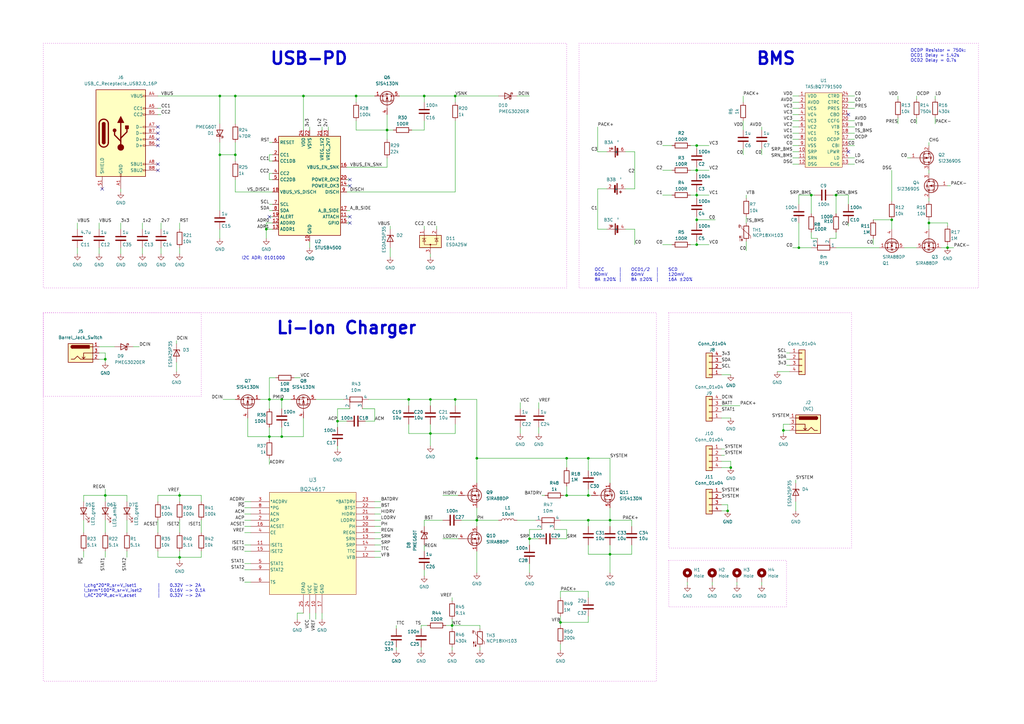
<source format=kicad_sch>
(kicad_sch (version 20231120) (generator "eeschema") (generator_version "8.0")
  (paper "A3")
  (title_block (title "Power Board") (date "2024-03-24") (rev "1.0") (company "Anton Per Rønnedal"))
  (junction (at 43.18 203.2))
  (junction (at 285.75 69.85))
  (junction (at 217.17 220.98))
  (junction (at 96.52 63.5))
  (junction (at 321.31 176.53))
  (junction (at 365.76 90.17))
  (junction (at 285.75 59.69))
  (junction (at 138.43 172.72))
  (junction (at 229.87 255.27))
  (junction (at 176.53 177.8))
  (junction (at 124.46 39.37))
  (junction (at 232.41 187.96))
  (junction (at 185.42 256.54))
  (junction (at 327.66 101.6))
  (junction (at 285.75 100.33))
  (junction (at 115.57 179.07))
  (junction (at 158.75 53.34))
  (junction (at 241.3 187.96))
  (junction (at 115.57 163.83))
  (junction (at 90.17 63.5))
  (junction (at 285.75 90.17))
  (junction (at 167.64 163.83))
  (junction (at 109.22 93.98))
  (junction (at 176.53 163.83))
  (junction (at 298.45 209.55))
  (junction (at 43.18 147.32))
  (junction (at 195.58 213.36))
  (junction (at 388.62 101.6))
  (junction (at 232.41 203.2))
  (junction (at 73.66 228.6))
  (junction (at 110.49 179.07))
  (junction (at 342.9 80.01))
  (junction (at 241.3 213.36))
  (junction (at 110.49 163.83))
  (junction (at 195.58 187.96))
  (junction (at 73.66 203.2))
  (junction (at 186.69 39.37))
  (junction (at 332.74 80.01))
  (junction (at 146.05 39.37))
  (junction (at 173.99 39.37))
  (junction (at 299.72 191.77))
  (junction (at 96.52 39.37))
  (junction (at 381 91.44))
  (junction (at 250.19 227.33))
  (junction (at 186.69 163.83))
  (junction (at 250.19 213.36))
  (junction (at 90.17 39.37))
  (junction (at 285.75 80.01))
  (junction (at 241.3 203.2))
  (no_connect (at 64.77 54.61))
  (no_connect (at 347.98 62.23))
  (no_connect (at 64.77 69.85))
  (no_connect (at 64.77 57.15))
  (no_connect (at 64.77 59.69))
  (no_connect (at 64.77 52.07))
  (no_connect (at 110.49 88.9))
  (no_connect (at 64.77 67.31))
  (no_connect (at 143.51 88.9))
  (no_connect (at 143.51 76.2))
  (no_connect (at 143.51 73.66))
  (no_connect (at 41.91 77.47))
  (no_connect (at 143.51 91.44))
  (no_connect (at 347.98 46.99))
  (wire (pts (xy 260.35 62.23) (xy 256.54 62.23)))
  (wire (pts (xy 109.22 97.79) (xy 109.22 93.98)))
  (wire (pts (xy 250.19 187.96) (xy 241.3 187.96)))
  (wire (pts (xy 306.07 88.9) (xy 306.07 91.44)))
  (wire (pts (xy 110.49 175.26) (xy 110.49 179.07)))
  (wire (pts (xy 292.1 240.03) (xy 292.1 238.76)))
  (wire (pts (xy 321.31 173.99) (xy 321.31 176.53)))
  (wire (pts (xy 148.59 167.64) (xy 153.67 167.64)))
  (wire (pts (xy 260.35 93.98) (xy 256.54 93.98)))
  (wire (pts (xy 115.57 163.83) (xy 115.57 167.64)))
  (wire (pts (xy 127 254) (xy 127 251.46)))
  (wire (pts (xy 283.21 80.01) (xy 285.75 80.01)))
  (wire (pts (xy 241.3 203.2) (xy 242.57 203.2)))
  (wire (pts (xy 325.12 57.15) (xy 327.66 57.15)))
  (wire (pts (xy 260.35 62.23) (xy 260.35 77.47)))
  (wire (pts (xy 250.19 227.33) (xy 250.19 234.95)))
  (wire (pts (xy 110.49 66.04) (xy 111.76 66.04)))
  (wire (pts (xy 295.91 189.23) (xy 299.72 189.23)))
  (wire (pts (xy 160.02 105.41) (xy 160.02 101.6)))
  (wire (pts (xy 64.77 203.2) (xy 73.66 203.2)))
  (wire (pts (xy 156.21 208.28) (xy 153.67 208.28)))
  (wire (pts (xy 327.66 80.01) (xy 332.74 80.01)))
  (wire (pts (xy 34.29 228.6) (xy 34.29 226.06)))
  (wire (pts (xy 176.53 163.83) (xy 176.53 166.37)))
  (wire (pts (xy 332.74 80.01) (xy 332.74 87.63)))
  (wire (pts (xy 241.3 187.96) (xy 232.41 187.96)))
  (wire (pts (xy 66.04 91.44) (xy 66.04 93.98)))
  (wire (pts (xy 110.49 63.5) (xy 110.49 66.04)))
  (wire (pts (xy 195.58 215.9) (xy 195.58 213.36)))
  (wire (pts (xy 156.21 218.44) (xy 153.67 218.44)))
  (wire (pts (xy 332.74 97.79) (xy 335.28 97.79)))
  (wire (pts (xy 52.07 203.2) (xy 43.18 203.2)))
  (wire (pts (xy 100.33 233.68) (xy 102.87 233.68)))
  (wire (pts (xy 217.17 220.98) (xy 220.98 220.98)))
  (wire (pts (xy 217.17 220.98) (xy 217.17 223.52)))
  (wire (pts (xy 186.69 39.37) (xy 204.47 39.37)))
  (wire (pts (xy 327.66 91.44) (xy 327.66 101.6)))
  (wire (pts (xy 109.22 93.98) (xy 111.76 93.98)))
  (wire (pts (xy 332.74 95.25) (xy 332.74 97.79)))
  (wire (pts (xy 229.87 266.7) (xy 229.87 264.16)))
  (wire (pts (xy 299.72 189.23) (xy 299.72 191.77)))
  (wire (pts (xy 158.75 68.58) (xy 158.75 64.77)))
  (wire (pts (xy 176.53 105.41) (xy 176.53 104.14)))
  (wire (pts (xy 232.41 199.39) (xy 232.41 203.2)))
  (wire (pts (xy 181.61 220.98) (xy 187.96 220.98)))
  (wire (pts (xy 142.24 78.74) (xy 186.69 78.74)))
  (wire (pts (xy 229.87 245.11) (xy 229.87 242.57)))
  (wire (pts (xy 121.92 251.46) (xy 124.46 251.46)))
  (wire (pts (xy 100.33 213.36) (xy 102.87 213.36)))
  (wire (pts (xy 196.85 266.7) (xy 196.85 265.43)))
  (wire (pts (xy 358.14 90.17) (xy 365.76 90.17)))
  (wire (pts (xy 73.66 91.44) (xy 73.66 93.98)))
  (wire (pts (xy 259.08 213.36) (xy 259.08 215.9)))
  (wire (pts (xy 106.68 163.83) (xy 110.49 163.83)))
  (wire (pts (xy 368.3 50.8) (xy 368.3 48.26)))
  (wire (pts (xy 241.3 227.33) (xy 250.19 227.33)))
  (wire (pts (xy 110.49 71.12) (xy 110.49 73.66)))
  (wire (pts (xy 350.52 39.37) (xy 347.98 39.37)))
  (wire (pts (xy 168.91 53.34) (xy 173.99 53.34)))
  (wire (pts (xy 318.77 152.4) (xy 323.85 152.4)))
  (wire (pts (xy 323.85 173.99) (xy 321.31 173.99)))
  (wire (pts (xy 138.43 172.72) (xy 142.24 172.72)))
  (wire (pts (xy 342.9 80.01) (xy 342.9 87.63)))
  (wire (pts (xy 312.42 52.07) (xy 312.42 53.34)))
  (wire (pts (xy 388.62 101.6) (xy 391.16 101.6)))
  (wire (pts (xy 285.75 80.01) (xy 285.75 81.28)))
  (wire (pts (xy 96.52 73.66) (xy 96.52 78.74)))
  (wire (pts (xy 142.24 68.58) (xy 158.75 68.58)))
  (wire (pts (xy 229.87 242.57) (xy 241.3 242.57)))
  (wire (pts (xy 295.91 207.01) (xy 298.45 207.01)))
  (wire (pts (xy 381 90.17) (xy 381 91.44)))
  (wire (pts (xy 73.66 213.36) (xy 73.66 218.44)))
  (wire (pts (xy 100.33 205.74) (xy 102.87 205.74)))
  (wire (pts (xy 173.99 92.71) (xy 173.99 93.98)))
  (wire (pts (xy 43.18 200.66) (xy 43.18 203.2)))
  (wire (pts (xy 350.52 67.31) (xy 347.98 67.31)))
  (wire (pts (xy 365.76 69.85) (xy 365.76 82.55)))
  (wire (pts (xy 285.75 69.85) (xy 285.75 71.12)))
  (wire (pts (xy 350.52 59.69) (xy 347.98 59.69)))
  (wire (pts (xy 100.33 218.44) (xy 102.87 218.44)))
  (wire (pts (xy 54.61 142.24) (xy 57.15 142.24)))
  (wire (pts (xy 173.99 226.06) (xy 173.99 223.52)))
  (wire (pts (xy 110.49 179.07) (xy 115.57 179.07)))
  (wire (pts (xy 82.55 203.2) (xy 73.66 203.2)))
  (wire (pts (xy 110.49 58.42) (xy 111.76 58.42)))
  (wire (pts (xy 325.12 54.61) (xy 327.66 54.61)))
  (wire (pts (xy 185.42 254) (xy 185.42 256.54)))
  (wire (pts (xy 73.66 201.93) (xy 73.66 203.2)))
  (wire (pts (xy 52.07 205.74) (xy 52.07 203.2)))
  (wire (pts (xy 109.22 91.44) (xy 111.76 91.44)))
  (wire (pts (xy 100.33 238.76) (xy 102.87 238.76)))
  (wire (pts (xy 34.29 205.74) (xy 34.29 203.2)))
  (wire (pts (xy 90.17 93.98) (xy 90.17 97.79)))
  (wire (pts (xy 82.55 205.74) (xy 82.55 203.2)))
  (wire (pts (xy 173.99 236.22) (xy 173.99 233.68)))
  (wire (pts (xy 173.99 215.9) (xy 173.99 213.36)))
  (wire (pts (xy 185.42 246.38) (xy 185.42 245.11)))
  (wire (pts (xy 350.52 54.61) (xy 347.98 54.61)))
  (wire (pts (xy 156.21 228.6) (xy 153.67 228.6)))
  (wire (pts (xy 245.11 52.07) (xy 245.11 62.23)))
  (wire (pts (xy 295.91 191.77) (xy 299.72 191.77)))
  (wire (pts (xy 46.99 142.24) (xy 40.64 142.24)))
  (wire (pts (xy 341.63 80.01) (xy 342.9 80.01)))
  (wire (pts (xy 156.21 215.9) (xy 153.67 215.9)))
  (wire (pts (xy 109.22 93.98) (xy 109.22 91.44)))
  (wire (pts (xy 306.07 80.01) (xy 306.07 81.28)))
  (wire (pts (xy 285.75 88.9) (xy 285.75 90.17)))
  (wire (pts (xy 146.05 39.37) (xy 146.05 41.91)))
  (wire (pts (xy 381 81.28) (xy 381 82.55)))
  (wire (pts (xy 34.29 203.2) (xy 43.18 203.2)))
  (wire (pts (xy 323.85 147.32) (xy 322.58 147.32)))
  (wire (pts (xy 250.19 208.28) (xy 250.19 213.36)))
  (wire (pts (xy 285.75 78.74) (xy 285.75 80.01)))
  (wire (pts (xy 248.92 93.98) (xy 245.11 93.98)))
  (wire (pts (xy 156.21 205.74) (xy 153.67 205.74)))
  (wire (pts (xy 347.98 92.71) (xy 347.98 91.44)))
  (wire (pts (xy 325.12 44.45) (xy 327.66 44.45)))
  (wire (pts (xy 64.77 44.45) (xy 66.04 44.45)))
  (wire (pts (xy 271.78 69.85) (xy 275.59 69.85)))
  (wire (pts (xy 232.41 203.2) (xy 241.3 203.2)))
  (wire (pts (xy 250.19 198.12) (xy 250.19 187.96)))
  (wire (pts (xy 285.75 99.06) (xy 285.75 100.33)))
  (wire (pts (xy 73.66 228.6) (xy 73.66 226.06)))
  (wire (pts (xy 375.92 50.8) (xy 375.92 48.26)))
  (wire (pts (xy 176.53 182.88) (xy 176.53 177.8)))
  (wire (pts (xy 123.19 154.94) (xy 120.65 154.94)))
  (wire (pts (xy 325.12 49.53) (xy 327.66 49.53)))
  (wire (pts (xy 96.52 78.74) (xy 111.76 78.74)))
  (wire (pts (xy 156.21 223.52) (xy 153.67 223.52)))
  (wire (pts (xy 90.17 58.42) (xy 90.17 63.5)))
  (wire (pts (xy 325.12 62.23) (xy 327.66 62.23)))
  (wire (pts (xy 285.75 80.01) (xy 290.83 80.01)))
  (wire (pts (xy 176.53 173.99) (xy 176.53 177.8)))
  (wire (pts (xy 138.43 167.64) (xy 138.43 172.72)))
  (wire (pts (xy 312.42 240.03) (xy 312.42 238.76)))
  (wire (pts (xy 121.92 251.46) (xy 121.92 254)))
  (wire (pts (xy 82.55 228.6) (xy 73.66 228.6)))
  (wire (pts (xy 298.45 207.01) (xy 298.45 209.55)))
  (wire (pts (xy 90.17 50.8) (xy 90.17 39.37)))
  (wire (pts (xy 110.49 154.94) (xy 110.49 163.83)))
  (wire (pts (xy 64.77 39.37) (xy 90.17 39.37)))
  (wire (pts (xy 58.42 91.44) (xy 58.42 93.98)))
  (wire (pts (xy 173.99 39.37) (xy 186.69 39.37)))
  (wire (pts (xy 325.12 46.99) (xy 327.66 46.99)))
  (wire (pts (xy 163.83 39.37) (xy 173.99 39.37)))
  (wire (pts (xy 176.53 163.83) (xy 186.69 163.83)))
  (wire (pts (xy 160.02 92.71) (xy 160.02 93.98)))
  (wire (pts (xy 323.85 144.78) (xy 322.58 144.78)))
  (wire (pts (xy 40.64 91.44) (xy 40.64 93.98)))
  (wire (pts (xy 195.58 213.36) (xy 195.58 208.28)))
  (wire (pts (xy 138.43 184.15) (xy 138.43 182.88)))
  (wire (pts (xy 325.12 67.31) (xy 327.66 67.31)))
  (wire (pts (xy 143.51 167.64) (xy 138.43 167.64)))
  (wire (pts (xy 186.69 177.8) (xy 186.69 173.99)))
  (wire (pts (xy 229.87 255.27) (xy 229.87 256.54)))
  (wire (pts (xy 151.13 163.83) (xy 167.64 163.83)))
  (wire (pts (xy 381 91.44) (xy 388.62 91.44)))
  (wire (pts (xy 156.21 226.06) (xy 153.67 226.06)))
  (wire (pts (xy 111.76 63.5) (xy 110.49 63.5)))
  (wire (pts (xy 304.8 63.5) (xy 304.8 60.96)))
  (wire (pts (xy 386.08 101.6) (xy 388.62 101.6)))
  (wire (pts (xy 110.49 190.5) (xy 110.49 187.96)))
  (wire (pts (xy 156.21 210.82) (xy 153.67 210.82)))
  (wire (pts (xy 245.11 77.47) (xy 248.92 77.47)))
  (wire (pts (xy 325.12 39.37) (xy 327.66 39.37)))
  (wire (pts (xy 381 91.44) (xy 381 93.98)))
  (wire (pts (xy 212.09 39.37) (xy 217.17 39.37)))
  (wire (pts (xy 186.69 39.37) (xy 186.69 41.91)))
  (wire (pts (xy 185.42 265.43) (xy 185.42 266.7)))
  (wire (pts (xy 100.33 226.06) (xy 102.87 226.06)))
  (wire (pts (xy 115.57 163.83) (xy 110.49 163.83)))
  (wire (pts (xy 72.39 152.4) (xy 72.39 148.59)))
  (wire (pts (xy 241.3 187.96) (xy 241.3 193.04)))
  (wire (pts (xy 161.29 53.34) (xy 158.75 53.34)))
  (wire (pts (xy 143.51 91.44) (xy 142.24 91.44)))
  (wire (pts (xy 285.75 90.17) (xy 293.37 90.17)))
  (wire (pts (xy 64.77 228.6) (xy 73.66 228.6)))
  (wire (pts (xy 295.91 166.37) (xy 303.53 166.37)))
  (wire (pts (xy 281.94 240.03) (xy 281.94 238.76)))
  (wire (pts (xy 213.36 177.8) (xy 213.36 175.26)))
  (wire (pts (xy 229.87 213.36) (xy 241.3 213.36)))
  (wire (pts (xy 327.66 83.82) (xy 327.66 80.01)))
  (wire (pts (xy 350.52 44.45) (xy 347.98 44.45)))
  (wire (pts (xy 285.75 59.69) (xy 290.83 59.69)))
  (wire (pts (xy 124.46 179.07) (xy 115.57 179.07)))
  (wire (pts (xy 96.52 63.5) (xy 96.52 66.04)))
  (wire (pts (xy 153.67 167.64) (xy 153.67 172.72)))
  (wire (pts (xy 285.75 69.85) (xy 290.83 69.85)))
  (wire (pts (xy 213.36 165.1) (xy 213.36 167.64)))
  (wire (pts (xy 195.58 234.95) (xy 195.58 226.06)))
  (wire (pts (xy 196.85 256.54) (xy 196.85 257.81)))
  (wire (pts (xy 96.52 58.42) (xy 96.52 63.5)))
  (wire (pts (xy 172.72 257.81) (xy 172.72 256.54)))
  (wire (pts (xy 143.51 73.66) (xy 142.24 73.66)))
  (wire (pts (xy 365.76 90.17) (xy 365.76 93.98)))
  (wire (pts (xy 173.99 213.36) (xy 181.61 213.36)))
  (wire (pts (xy 172.72 256.54) (xy 175.26 256.54)))
  (wire (pts (xy 173.99 49.53) (xy 173.99 53.34)))
  (wire (pts (xy 304.8 49.53) (xy 304.8 53.34)))
  (wire (pts (xy 283.21 69.85) (xy 285.75 69.85)))
  (wire (pts (xy 31.75 101.6) (xy 31.75 104.14)))
  (wire (pts (xy 167.64 173.99) (xy 167.64 177.8)))
  (wire (pts (xy 156.21 213.36) (xy 153.67 213.36)))
  (wire (pts (xy 73.66 203.2) (xy 73.66 205.74)))
  (wire (pts (xy 64.77 226.06) (xy 64.77 228.6)))
  (wire (pts (xy 134.62 52.07) (xy 134.62 53.34)))
  (wire (pts (xy 241.3 223.52) (xy 241.3 227.33)))
  (wire (pts (xy 299.72 171.45) (xy 295.91 171.45)))
  (wire (pts (xy 285.75 59.69) (xy 285.75 60.96)))
  (wire (pts (xy 82.55 226.06) (xy 82.55 228.6)))
  (wire (pts (xy 381 58.42) (xy 381 59.69)))
  (wire (pts (xy 100.33 223.52) (xy 102.87 223.52)))
  (wire (pts (xy 162.56 266.7) (xy 162.56 265.43)))
  (wire (pts (xy 101.6 171.45) (xy 101.6 179.07)))
  (wire (pts (xy 100.33 231.14) (xy 102.87 231.14)))
  (wire (pts (xy 132.08 52.07) (xy 132.08 53.34)))
  (wire (pts (xy 222.25 203.2) (xy 223.52 203.2)))
  (wire (pts (xy 350.52 41.91) (xy 347.98 41.91)))
  (wire (pts (xy 158.75 46.99) (xy 158.75 53.34)))
  (wire (pts (xy 383.54 39.37) (xy 383.54 40.64)))
  (wire (pts (xy 232.41 217.17) (xy 232.41 220.98)))
  (wire (pts (xy 73.66 229.87) (xy 73.66 228.6)))
  (wire (pts (xy 275.59 100.33) (xy 271.78 100.33)))
  (wire (pts (xy 143.51 88.9) (xy 142.24 88.9)))
  (wire (pts (xy 283.21 59.69) (xy 285.75 59.69)))
  (wire (pts (xy 332.74 80.01) (xy 334.01 80.01)))
  (wire (pts (xy 350.52 57.15) (xy 347.98 57.15)))
  (wire (pts (xy 43.18 226.06) (xy 43.18 228.6)))
  (wire (pts (xy 49.53 91.44) (xy 49.53 93.98)))
  (wire (pts (xy 312.42 63.5) (xy 312.42 60.96)))
  (wire (pts (xy 342.9 101.6) (xy 360.68 101.6)))
  (wire (pts (xy 43.18 203.2) (xy 43.18 205.74)))
  (wire (pts (xy 182.88 256.54) (xy 185.42 256.54)))
  (wire (pts (xy 340.36 97.79) (xy 342.9 97.79)))
  (wire (pts (xy 100.33 208.28) (xy 102.87 208.28)))
  (wire (pts (xy 241.3 200.66) (xy 241.3 203.2)))
  (wire (pts (xy 49.53 101.6) (xy 49.53 104.14)))
  (wire (pts (xy 195.58 163.83) (xy 195.58 187.96)))
  (wire (pts (xy 326.39 196.85) (xy 326.39 198.12)))
  (wire (pts (xy 299.72 153.67) (xy 295.91 153.67)))
  (wire (pts (xy 73.66 101.6) (xy 73.66 104.14)))
  (wire (pts (xy 241.3 213.36) (xy 241.3 215.9)))
  (wire (pts (xy 153.67 172.72) (xy 149.86 172.72)))
  (wire (pts (xy 229.87 255.27) (xy 241.3 255.27)))
  (wire (pts (xy 195.58 163.83) (xy 186.69 163.83)))
  (wire (pts (xy 370.84 101.6) (xy 375.92 101.6)))
  (wire (pts (xy 162.56 257.81) (xy 162.56 256.54)))
  (wire (pts (xy 350.52 64.77) (xy 347.98 64.77)))
  (wire (pts (xy 143.51 76.2) (xy 142.24 76.2)))
  (wire (pts (xy 100.33 210.82) (xy 102.87 210.82)))
  (wire (pts (xy 217.17 217.17) (xy 217.17 220.98)))
  (wire (pts (xy 227.33 217.17) (xy 232.41 217.17)))
  (wire (pts (xy 100.33 215.9) (xy 102.87 215.9)))
  (wire (pts (xy 64.77 213.36) (xy 64.77 218.44)))
  (wire (pts (xy 124.46 171.45) (xy 124.46 179.07)))
  (wire (pts (xy 250.19 223.52) (xy 250.19 227.33)))
  (wire (pts (xy 350.52 49.53) (xy 347.98 49.53)))
  (wire (pts (xy 110.49 86.36) (xy 111.76 86.36)))
  (wire (pts (xy 172.72 265.43) (xy 172.72 266.7)))
  (wire (pts (xy 186.69 49.53) (xy 186.69 78.74)))
  (wire (pts (xy 110.49 163.83) (xy 110.49 167.64)))
  (wire (pts (xy 327.66 101.6) (xy 332.74 101.6)))
  (wire (pts (xy 285.75 100.33) (xy 283.21 100.33)))
  (wire (pts (xy 228.6 220.98) (xy 232.41 220.98)))
  (wire (pts (xy 388.62 101.6) (xy 388.62 100.33)))
  (wire (pts (xy 388.62 92.71) (xy 388.62 91.44)))
  (wire (pts (xy 143.51 86.36) (xy 142.24 86.36)))
  (wire (pts (xy 40.64 101.6) (xy 40.64 104.14)))
  (wire (pts (xy 285.75 100.33) (xy 290.83 100.33)))
  (wire (pts (xy 43.18 213.36) (xy 43.18 218.44)))
  (wire (pts (xy 146.05 39.37) (xy 153.67 39.37)))
  (wire (pts (xy 49.53 78.74) (xy 49.53 77.47)))
  (wire (pts (xy 304.8 39.37) (xy 304.8 41.91)))
  (wire (pts (xy 231.14 203.2) (xy 232.41 203.2)))
  (wire (pts (xy 350.52 52.07) (xy 347.98 52.07)))
  (wire (pts (xy 34.29 213.36) (xy 34.29 218.44)))
  (wire (pts (xy 297.18 186.69) (xy 295.91 186.69)))
  (wire (pts (xy 66.04 101.6) (xy 66.04 104.14)))
  (wire (pts (xy 220.98 177.8) (xy 220.98 175.26)))
  (wire (pts (xy 72.39 139.7) (xy 72.39 140.97)))
  (wire (pts (xy 302.26 240.03) (xy 302.26 238.76)))
  (wire (pts (xy 271.78 59.69) (xy 275.59 59.69)))
  (wire (pts (xy 321.31 176.53) (xy 321.31 177.8)))
  (wire (pts (xy 43.18 144.78) (xy 43.18 147.32)))
  (wire (pts (xy 167.64 163.83) (xy 167.64 166.37)))
  (wire (pts (xy 220.98 165.1) (xy 220.98 167.64)))
  (wire (pts (xy 229.87 252.73) (xy 229.87 255.27)))
  (wire (pts (xy 222.25 217.17) (xy 217.17 217.17)))
  (wire (pts (xy 285.75 90.17) (xy 285.75 91.44)))
  (wire (pts (xy 358.14 100.33) (xy 358.14 97.79)))
  (wire (pts (xy 167.64 163.83) (xy 176.53 163.83)))
  (wire (pts (xy 90.17 63.5) (xy 90.17 86.36)))
  (wire (pts (xy 204.47 213.36) (xy 195.58 213.36)))
  (wire (pts (xy 271.78 80.01) (xy 275.59 80.01)))
  (wire (pts (xy 40.64 144.78) (xy 43.18 144.78)))
  (wire (pts (xy 325.12 52.07) (xy 327.66 52.07)))
  (wire (pts (xy 90.17 63.5) (xy 96.52 63.5)))
  (wire (pts (xy 127 52.07) (xy 127 53.34)))
  (wire (pts (xy 115.57 175.26) (xy 115.57 179.07)))
  (wire (pts (xy 167.64 177.8) (xy 176.53 177.8)))
  (wire (pts (xy 298.45 209.55) (xy 295.91 209.55)))
  (wire (pts (xy 185.42 256.54) (xy 196.85 256.54)))
  (wire (pts (xy 189.23 213.36) (xy 195.58 213.36)))
  (wire (pts (xy 110.49 83.82) (xy 111.76 83.82)))
  (wire (pts (xy 372.11 64.77) (xy 373.38 64.77)))
  (wire (pts (xy 176.53 177.8) (xy 186.69 177.8)))
  (wire (pts (xy 259.08 223.52) (xy 259.08 227.33)))
  (wire (pts (xy 375.92 39.37) (xy 375.92 40.64)))
  (wire (pts (xy 232.41 187.96) (xy 232.41 191.77)))
  (wire (pts (xy 245.11 77.47) (xy 245.11 93.98)))
  (wire (pts (xy 96.52 39.37) (xy 96.52 50.8)))
  (wire (pts (xy 52.07 226.06) (xy 52.07 228.6)))
  (wire (pts (xy 124.46 39.37) (xy 124.46 53.34)))
  (wire (pts (xy 186.69 163.83) (xy 186.69 166.37)))
  (wire (pts (xy 132.08 254) (xy 132.08 251.46)))
  (wire (pts (xy 323.85 149.86) (xy 322.58 149.86)))
  (wire (pts (xy 127 99.06) (xy 127 101.6)))
  (wire (pts (xy 96.52 39.37) (xy 124.46 39.37)))
  (wire (pts (xy 113.03 154.94) (xy 110.49 154.94)))
  (wire (pts (xy 64.77 205.74) (xy 64.77 203.2)))
  (wire (pts (xy 326.39 209.55) (xy 326.39 205.74)))
  (wire (pts (xy 285.75 68.58) (xy 285.75 69.85)))
  (wire (pts (xy 383.54 50.8) (xy 383.54 48.26)))
  (wire (pts (xy 129.54 254) (xy 129.54 251.46)))
  (wire (pts (xy 325.12 101.6) (xy 327.66 101.6)))
  (wire (pts (xy 212.09 213.36) (xy 219.71 213.36)))
  (wire (pts (xy 245.11 62.23) (xy 248.92 62.23)))
  (wire (pts (xy 185.42 256.54) (xy 185.42 257.81)))
  (wire (pts (xy 297.18 184.15) (xy 295.91 184.15)))
  (wire (pts (xy 52.07 213.36) (xy 52.07 218.44)))
  (wire (pts (xy 241.3 255.27) (xy 241.3 252.73)))
  (wire (pts (xy 111.76 71.12) (xy 110.49 71.12)))
  (wire (pts (xy 146.05 53.34) (xy 158.75 53.34)))
  (wire (pts (xy 181.61 203.2) (xy 187.96 203.2)))
  (wire (pts (xy 306.07 102.87) (xy 306.07 99.06)))
  (wire (pts (xy 115.57 163.83) (xy 119.38 163.83)))
  (wire (pts (xy 138.43 172.72) (xy 138.43 175.26)))
  (wire (pts (xy 82.55 213.36) (xy 82.55 218.44)))
  (wire (pts (xy 323.85 176.53) (xy 321.31 176.53)))
  (wire (pts (xy 110.49 179.07) (xy 110.49 180.34)))
  (wire (pts (xy 217.17 234.95) (xy 217.17 231.14)))
  (wire (pts (xy 90.17 39.37) (xy 96.52 39.37)))
  (wire (pts (xy 173.99 39.37) (xy 173.99 41.91)))
  (wire (pts (xy 368.3 39.37) (xy 368.3 40.64)))
  (wire (pts (xy 195.58 187.96) (xy 195.58 198.12)))
  (wire (pts (xy 158.75 57.15) (xy 158.75 53.34)))
  (wire (pts (xy 110.49 73.66) (xy 111.76 73.66)))
  (wire (pts (xy 250.19 227.33) (xy 259.08 227.33)))
  (wire (pts (xy 91.44 163.83) (xy 96.52 163.83)))
  (wire (pts (xy 325.12 64.77) (xy 327.66 64.77)))
  (wire (pts (xy 43.18 147.32) (xy 43.18 148.59)))
  (wire (pts (xy 325.12 41.91) (xy 327.66 41.91)))
  (wire (pts (xy 260.35 100.33) (xy 260.35 93.98)))
  (wire (pts (xy 342.9 80.01) (xy 347.98 80.01)))
  (wire (pts (xy 381 69.85) (xy 381 71.12)))
  (wire (pts (xy 179.07 92.71) (xy 179.07 93.98)))
  (wire (pts (xy 241.3 242.57) (xy 241.3 245.11)))
  (wire (pts (xy 31.75 91.44) (xy 31.75 93.98)))
  (wire (pts (xy 325.12 59.69) (xy 327.66 59.69)))
  (wire (pts (xy 232.41 187.96) (xy 195.58 187.96)))
  (wire (pts (xy 124.46 39.37) (xy 146.05 39.37)))
  (wire (pts (xy 389.89 76.2) (xy 388.62 76.2)))
  (wire (pts (xy 241.3 213.36) (xy 250.19 213.36)))
  (wire (pts (xy 256.54 77.47) (xy 260.35 77.47)))
  (wire (pts (xy 40.64 147.32) (xy 43.18 147.32)))
  (wire (pts (xy 146.05 53.34) (xy 146.05 49.53)))
  (wire (pts (xy 64.77 46.99) (xy 66.04 46.99)))
  (wire (pts (xy 58.42 101.6) (xy 58.42 104.14)))
  (wire (pts (xy 250.19 213.36) (xy 250.19 215.9)))
  (wire (pts (xy 101.6 179.07) (xy 110.49 179.07)))
  (wire (pts (xy 347.98 83.82) (xy 347.98 80.01)))
  (wire (pts (xy 129.54 163.83) (xy 140.97 163.83)))
  (wire (pts (xy 342.9 97.79) (xy 342.9 95.25)))
  (wire (pts (xy 250.19 213.36) (xy 259.08 213.36)))
  (wire (pts (xy 110.49 88.9) (xy 111.76 88.9)))
  (wire (pts (xy 156.21 220.98) (xy 153.67 220.98)))
  (rectangle (start 274.32 128.27) (end 349.25 224.79) (stroke (width 0.2) (type dot) (color 194 0 194 1)))
  (rectangle (start 17.78 128.27) (end 82.55 162.56) (stroke (width 0.2) (type dot) (color 194 0 194 1)))
  (rectangle (start 274.32 229.87) (end 322.58 248.92) (stroke (width 0.2) (type dot) (color 194 0 194 1)))
  (rectangle (start 17.78 17.78) (end 232.41 118.11) (stroke (width 0.2) (type dot) (color 194 0 194 1)))
  (rectangle (start 17.78 128.27) (end 269.24 279.4) (stroke (width 0.2) (type dot) (color 194 0 194 1)))
  (rectangle (start 237.49 17.78) (end 401.32 118.11) (stroke (width 0.2) (type dot) (color 194 0 194 1)))
  (text "Li-Ion Charger" (at 113.03 134.62 0) (effects (font (size 5 5) (thickness 1) (bold yes)) (justify left)))
  (text "I_chg*20*R_sr=V_iset1	|	0.32V -> 2A\nI_term*100*R_sr=V_iset2	|	0.16V -> 0.1A\nI_AC*20*R_ac=V_acset	|	0.32V -> 2A\n" (at 34.29 245.11 0) (effects (font (size 1.27 1.27)) (justify left bottom)))
  (text "USB-PD" (at 110.49 24.13 0) (effects (font (size 5 5) (thickness 1) (bold yes)) (justify left)))
  (text "OCDP Resistor = 750k:\nOCD1 Delay = 1.42s\nOCD2 Delay = 0.7s" (at 373.38 22.86 0) (effects (font (size 1.27 1.27)) (justify left)))
  (text "I2C ADR: 0101000" (at 99.06 106.68 0) (effects (font (size 1.27 1.27)) (justify left bottom)))
  (text "OCC		|	OCD1/2 	|	SCD\n60mV	|	60mV	| 	120mV\n8A ±20%	|	8A ±20%	| 	16A ±20%\n" (at 243.84 115.57 0) (effects (font (size 1.27 1.27)) (justify left bottom)))
  (text "BMS" (at 309.88 24.13 0) (effects (font (size 5 5) (thickness 1) (bold yes)) (justify left)))
  (label "ISET2" (at 100.33 226.06 180))
  (label "VCC" (at 127 254 270))
  (label "SDA" (at 110.49 86.36 180))
  (label "PRES" (at 350.52 44.45 0))
  (label "STAT1" (at 43.18 228.6 270))
  (label "C0" (at 347.98 92.71 180))
  (label "BATDRV" (at 156.21 205.74 0))
  (label "SYSTEM" (at 326.39 196.85 0))
  (label "ADR1" (at 110.49 93.98 180))
  (label "C1" (at 245.11 86.36 180))
  (label "2v7" (at 66.04 91.44 0))
  (label "VC2" (at 290.83 69.85 0))
  (label "PACK-" (at 389.89 76.2 0))
  (label "VREF" (at 220.98 165.1 0))
  (label "CHG" (at 350.52 67.31 0))
  (label "1v2" (at 58.42 91.44 0))
  (label "VC0" (at 290.83 100.33 0))
  (label "ACM" (at 100.33 210.82 180))
  (label "STAT2" (at 100.33 233.68 180))
  (label "ACM" (at 153.67 172.72 0))
  (label "2v7" (at 134.62 52.07 90))
  (label "VTB" (at 306.07 80.01 0))
  (label "VC2" (at 325.12 52.07 180))
  (label "ACSET" (at 64.77 215.9 180))
  (label "C0" (at 350.52 39.37 0))
  (label "SCL" (at 110.49 83.82 180))
  (label "TTC" (at 162.56 256.54 0))
  (label "VCC" (at 213.36 165.1 0))
  (label "CC2" (at 66.04 46.99 0))
  (label "C2" (at 271.78 69.85 180))
  (label "SRP" (at 217.17 220.98 180))
  (label "NTC" (at 185.42 256.54 0))
  (label "VS_DISCH" (at 110.49 78.74 180))
  (label "DCIN" (at 57.15 142.24 0))
  (label "VBUS" (at 66.04 39.37 0))
  (label "SYSTEM" (at 323.85 171.45 180))
  (label "TS_BMS" (at 306.07 91.44 0))
  (label "PACK+" (at 245.11 52.07 0))
  (label "VSNK" (at 186.69 39.37 0))
  (label "DCIN" (at 91.44 163.83 180))
  (label "ACDRV" (at 110.49 190.5 0))
  (label "CHG" (at 381 58.42 0))
  (label "C0" (at 375.92 50.8 180))
  (label "C0" (at 312.42 63.5 180))
  (label "BATDRV" (at 222.25 203.2 180))
  (label "ISET1" (at 100.33 223.52 180))
  (label "C0" (at 358.14 100.33 180))
  (label "SYSTEM" (at 250.19 187.96 0))
  (label "CC1" (at 66.04 44.45 0))
  (label "VREF" (at 185.42 245.11 180))
  (label "VC3" (at 325.12 49.53 180))
  (label "VDD" (at 325.12 39.37 180))
  (label "VC0" (at 325.12 57.15 180))
  (label "BST" (at 156.21 208.28 0))
  (label "ACSET" (at 100.33 215.9 180))
  (label "C1" (at 271.78 80.01 180))
  (label "C0" (at 325.12 101.6 180))
  (label "VREF" (at 100.33 218.44 180))
  (label "CC2" (at 173.99 92.71 180))
  (label "PRES" (at 368.3 50.8 180))
  (label "LODRV" (at 181.61 220.98 0))
  (label "VBUS" (at 160.02 92.71 180))
  (label "REGN" (at 43.18 200.66 180))
  (label "ISET1" (at 82.55 215.9 180))
  (label "C0" (at 304.8 63.5 180))
  (label "DCIN" (at 217.17 39.37 180))
  (label "ACP" (at 138.43 172.72 180))
  (label "VC1" (at 290.83 80.01 0))
  (label "STAT1" (at 295.91 168.91 0))
  (label "SYSTEM" (at 295.91 204.47 0))
  (label "C2" (at 260.35 71.12 180))
  (label "REGN" (at 156.21 218.44 0))
  (label "VTB" (at 350.52 52.07 0))
  (label "AVDD" (at 350.52 49.53 0))
  (label "CC1" (at 179.07 92.71 180))
  (label "SRP" (at 156.21 223.52 0))
  (label "PACK-" (at 391.16 101.6 0))
  (label "C0" (at 372.11 64.77 180))
  (label "AVDD" (at 325.12 41.91 180))
  (label "SRN_BMS" (at 325.12 64.77 180))
  (label "3v3" (at 322.58 149.86 180))
  (label "C0" (at 325.12 59.69 180))
  (label "LODRV" (at 156.21 213.36 0))
  (label "SRN_BMS" (at 342.9 80.01 0))
  (label "SRP_BMS" (at 332.74 80.01 180))
  (label "VBUS" (at 40.64 91.44 0))
  (label "TTC" (at 156.21 226.06 0))
  (label "VC3" (at 325.12 46.99 180))
  (label "C0" (at 306.07 102.87 180))
  (label "VREF" (at 73.66 201.93 180))
  (label "PACK+" (at 303.53 166.37 0))
  (label "C0" (at 271.78 100.33 180))
  (label "A_B_SIDE" (at 143.51 86.36 0))
  (label "TS" (at 172.72 256.54 180))
  (label "VBUS" (at 31.75 91.44 0))
  (label "PH" (at 156.21 215.9 0))
  (label "VDD" (at 368.3 39.37 180))
  (label "SDA" (at 295.91 148.59 0))
  (label "BATT" (at 295.91 166.37 0))
  (label "VC1" (at 325.12 54.61 180))
  (label "ACP" (at 100.33 213.36 180))
  (label "C0" (at 350.52 59.69 180))
  (label "SCL" (at 295.91 151.13 0))
  (label "PACK+" (at 229.87 242.57 0))
  (label "HIDRV" (at 181.61 203.2 0))
  (label "SDA" (at 322.58 147.32 180))
  (label "CC1" (at 110.49 66.04 180))
  (label "VFB" (at 156.21 228.6 0))
  (label "HIDRV" (at 156.21 210.82 0))
  (label "STAT2" (at 52.07 228.6 270))
  (label "C3" (at 271.78 59.69 180))
  (label "DCIN" (at 72.39 139.7 0))
  (label "VBUS_EN_SNK" (at 143.51 68.58 0))
  (label "~{PG}" (at 34.29 228.6 270))
  (label "ADR0" (at 110.49 91.44 180))
  (label "VCC" (at 123.19 154.94 0))
  (label "TS_BMS" (at 350.52 54.61 0))
  (label "REGN" (at 173.99 224.79 0))
  (label "RST" (at 73.66 91.44 0))
  (label "LD" (at 383.54 39.37 0))
  (label "PH" (at 195.58 213.36 0))
  (label "OCDP" (at 350.52 57.15 0))
  (label "DSG" (at 325.12 67.31 180))
  (label "SRP_BMS" (at 325.12 62.23 180))
  (label "3v3" (at 127 52.07 90))
  (label "DSG" (at 365.76 69.85 180))
  (label "VC3" (at 290.83 59.69 0))
  (label "C0" (at 260.35 100.33 0))
  (label "AVDD" (at 312.42 52.07 180))
  (label "RST" (at 110.49 58.42 180))
  (label "VFB" (at 229.87 255.27 180))
  (label "C0" (at 293.37 90.17 180))
  (label "ISET2" (at 73.66 215.9 180))
  (label "STAT1" (at 100.33 231.14 180))
  (label "SRM" (at 156.21 220.98 0))
  (label "VDD" (at 304.8 52.07 180))
  (label "SCL" (at 322.58 144.78 180))
  (label "PACK-" (at 383.54 50.8 0))
  (label "DISCH" (at 143.51 78.74 0))
  (label "VC3" (at 325.12 44.45 180))
  (label "TS" (at 100.33 238.76 180))
  (label "C0" (at 350.52 41.91 0))
  (label "DCIN" (at 295.91 163.83 0))
  (label "3v3" (at 295.91 146.05 0))
  (label "BST" (at 173.99 213.36 0))
  (label "PMID" (at 111.76 163.83 0))
  (label "SYSTEM" (at 297.18 186.69 0))
  (label "1v2" (at 132.08 52.07 90))
  (label "VREF" (at 129.54 254 270))
  (label "3v3" (at 49.53 91.44 0))
  (label "LD" (at 350.52 64.77 0))
  (label "ACDRV" (at 100.33 205.74 180))
  (label "OCDP" (at 375.92 39.37 0))
  (label "SRM" (at 232.41 220.98 0))
  (label "SYSTEM" (at 295.91 201.93 0))
  (label "PACK+" (at 255.27 213.36 0))
  (label "~{PG}" (at 100.33 208.28 180))
  (label "CC2" (at 110.49 71.12 180))
  (label "PACK+" (at 304.8 39.37 0))
  (label "SYSTEM" (at 297.18 184.15 0))
  (label "C3" (at 245.11 62.23 180))
  (symbol (lib_id "power:GND") (at 162.56 266.7 0) (unit 1)
    (property "Reference" "#PWR07" (effects (hide yes)))
    (property "Value" "GND" (at 162.56 271.145 0))
  )
  (symbol (lib_id "Device:R") (at 73.66 222.25 0) (unit 1)
    (property "Reference" "R40" (at 74.93 220.98 0) (effects (justify left)))
    (property "Value" "5.1k" (at 74.93 223.52 0) (effects (justify left)))
    (property "Footprint" "Resistor_SMD:R_0603_1608Metric_Pad0.98x0.95mm_HandSolder" (effects (hide yes)))
    (property "Datasheet" "https://www.vishay.com/docs/20035/dcrcwe3.pdf" (effects (hide yes)))
    (property "Description" "Thick Film Resistor 1/10watt 1%" (effects (hide yes)))
    (property "MPN" "CRCW06035K10FKEA" (effects (hide yes)))
  )
  (symbol (lib_id "Device:C") (at 347.98 87.63 0) (unit 1)
    (property "Reference" "C10" (at 348.615 90.17 0) (effects (justify left)))
    (property "Value" "100n" (at 348.615 85.09 0) (effects (justify left)))
    (property "Footprint" "Capacitor_SMD:C_0603_1608Metric_Pad1.08x0.95mm_HandSolder" (effects (hide yes)))
    (property "Datasheet" "https://www.mouser.dk/datasheet/2/585/MLCC-1837944.pdf" (effects (hide yes)))
    (property "Description" "MLCC 50V 5% X7R" (effects (hide yes)))
    (property "MPN" "CL10B104JB8NNNC" (effects (hide yes)))
  )
  (symbol (lib_id "Device:R") (at 383.54 44.45 0) (unit 1)
    (property "Reference" "R16" (at 384.81 43.18 0) (effects (justify left)))
    (property "Value" "430k" (at 384.81 45.72 0) (effects (justify left)))
    (property "Footprint" "Resistor_SMD:R_0603_1608Metric_Pad0.98x0.95mm_HandSolder" (effects (hide yes)))
    (property "Datasheet" "https://www.vishay.com/docs/20035/dcrcwe3.pdf" (effects (hide yes)))
    (property "Description" "Thick Film Resistor 1/10watt 1%" (effects (hide yes)))
    (property "MPN" "CRCW0603430KFKEA" (effects (hide yes)))
  )
  (symbol (lib_id "power:GND") (at 66.04 104.14 0) (unit 1)
    (property "Reference" "#PWR016" (effects (hide yes)))
    (property "Value" "GND" (at 66.04 108.585 0))
  )
  (symbol (lib_id "Device:C") (at 285.75 64.77 0) (unit 1)
    (property "Reference" "C2" (at 286.385 67.31 0) (effects (justify left)))
    (property "Value" "100n" (at 286.385 62.23 0) (effects (justify left)))
    (property "Footprint" "Capacitor_SMD:C_0603_1608Metric_Pad1.08x0.95mm_HandSolder" (effects (hide yes)))
    (property "Datasheet" "https://www.mouser.dk/datasheet/2/585/MLCC-1837944.pdf" (effects (hide yes)))
    (property "Description" "MLCC 50V 5% X7R" (effects (hide yes)))
    (property "MPN" "CL10B104JB8NNNC" (effects (hide yes)))
  )
  (symbol (lib_id "Mechanical:MountingHole_Pad") (at 292.1 236.22 0) (unit 1)
    (property "Reference" "H2" (at 294.64 233.6799 0) (effects (justify left)))
    (property "Value" "Hole" (at 294.64 236.2199 0) (effects (justify left)))
    (property "Footprint" "MountingHole:MountingHole_3.2mm_M3_DIN965_Pad" (effects (hide yes)))
    (property "Description" "Mounting Hole with connection" (effects (hide yes)))
  )
  (symbol (lib_id "power:GND") (at 43.18 148.59 0) (unit 1)
    (property "Reference" "#PWR030" (effects (hide yes)))
    (property "Value" "GND" (at 43.18 153.035 0))
  )
  (symbol (lib_id "Device:C") (at 146.05 172.72 90) (unit 1)
    (property "Reference" "C18" (at 151.13 171.45 90) (effects (justify left)))
    (property "Value" "100n" (at 144.78 171.45 90) (effects (justify left)))
    (property "Footprint" "Capacitor_SMD:C_0603_1608Metric_Pad1.08x0.95mm_HandSolder" (effects (hide yes)))
    (property "Datasheet" "https://www.mouser.dk/datasheet/2/585/MLCC-1837944.pdf" (effects (hide yes)))
    (property "Description" "MLCC 50V 5% X7R" (effects (hide yes)))
    (property "MPN" "CL10B104JB8NNNC" (effects (hide yes)))
  )
  (symbol (lib_id "power:GND") (at 176.53 182.88 0) (unit 1)
    (property "Reference" "#PWR04" (effects (hide yes)))
    (property "Value" "GND" (at 176.53 187.325 0))
  )
  (symbol (lib_id "power:GND") (at 196.85 266.7 0) (unit 1)
    (property "Reference" "#PWR026" (effects (hide yes)))
    (property "Value" "GND" (at 196.85 271.145 0))
  )
  (symbol (lib_id "0_Costum:BLM_18650x3") (at 252.73 66.04 90) (unit 1)
    (property "Reference" "B3" (at 251.5234 58.42 90) (effects (justify left)))
    (property "Value" "~" (at 253.4285 58.42 0) (effects (justify left)))
    (property "Footprint" "0_Costum:BLM_18650x3" (effects (hide yes)))
  )
  (symbol (lib_id "Transistor_FET:Si7336ADP") (at 381 99.06 90) (mirror x) (unit 1)
    (property "Reference" "Q3" (at 384.81 105.41 90) (effects (justify left)))
    (property "Value" "SiRA88DP" (at 384.81 107.95 90) (effects (justify left)))
    (property "Footprint" "Package_SO:PowerPAK_SO-8_Single" (effects (hide yes)))
    (property "Datasheet" "https://www.vishay.com/docs/77777/sira88dp.pdf" (effects (hide yes)))
    (property "MPN" "SIRA88DP-T1-GE3" (effects (hide yes)))
  )
  (symbol (lib_id "Connector:Barrel_Jack_Switch") (at 33.02 144.78 0) (unit 1)
    (property "Reference" "J5" (at 33.02 135.89 0))
    (property "Value" "Barrel_Jack_Switch" (at 33.02 138.43 0))
    (property "Footprint" "Connector_BarrelJack:BarrelJack_Wuerth_694106106102_2.0x5.5mm" (effects (hide yes)))
    (property "Datasheet" "https://www.we-online.com/components/products/datasheet/694106106102.pdf" (effects (hide yes)))
    (property "Description" "DC Barrel Jack with an internal switch" (effects (hide yes)))
    (property "MPN" "694106106102" (effects (hide yes)))
  )
  (symbol (lib_id "Device:R") (at 64.77 209.55 0) (unit 1)
    (property "Reference" "R34" (at 66.04 208.28 0) (effects (justify left)))
    (property "Value" "100k" (at 66.04 210.82 0) (effects (justify left)))
    (property "Footprint" "Resistor_SMD:R_0603_1608Metric_Pad0.98x0.95mm_HandSolder" (effects (hide yes)))
    (property "Datasheet" "https://www.vishay.com/docs/20035/dcrcwe3.pdf" (effects (hide yes)))
    (property "Description" "Thick Film Resistor 1/10watt 1%" (effects (hide yes)))
    (property "MPN" "CRCW0603100KFKEA" (effects (hide yes)))
  )
  (symbol (lib_id "Device:R_Shunt") (at 337.82 101.6 270) (mirror x) (unit 1)
    (property "Reference" "R19" (at 337.82 107.95 90))
    (property "Value" "8m" (at 337.82 105.41 90))
    (property "Footprint" "0_Costum:SenseResistor_1206" (effects (hide yes)))
    (property "Description" "Current sense resistor 1W 1% 50 PPM/C" (effects (hide yes)))
    (property "MPN" "MSMA1206R0080FCM" (effects (hide yes)))
  )
  (symbol (lib_id "Device:R") (at 342.9 91.44 0) (unit 1)
    (property "Reference" "R10" (at 337.82 90.805 0) (effects (justify left)))
    (property "Value" "100R" (at 336.55 88.9 0) (effects (justify left)))
    (property "Footprint" "Resistor_SMD:R_0603_1608Metric_Pad0.98x0.95mm_HandSolder" (effects (hide yes)))
    (property "Datasheet" "https://www.vishay.com/docs/20035/dcrcwe3.pdf" (effects (hide yes)))
    (property "Description" "Thick Film Resistor 1/10watt 1%" (effects (hide yes)))
    (property "MPN" "CRCW0603100RFKEC" (effects (hide yes)))
  )
  (symbol (lib_id "Device:C") (at 259.08 219.71 0) (unit 1)
    (property "Reference" "C34" (at 262.001 218.5416 0) (effects (justify left)))
    (property "Value" "10u" (at 262.001 220.853 0) (effects (justify left)))
    (property "Footprint" "Capacitor_SMD:C_1206_3216Metric_Pad1.33x1.80mm_HandSolder" (effects (hide yes)))
    (property "Datasheet" "https://www.mouser.dk/datasheet/2/585/MLCC-1837944.pdf" (effects (hide yes)))
    (property "Description" "MLCC 50V 10% X7R" (effects (hide yes)))
    (property "MPN" "CL31B106KBHNNNE" (effects (hide yes)))
  )
  (symbol (lib_id "Connector_Generic:Conn_01x04") (at 328.93 147.32 0) (unit 1)
    (property "Reference" "J1" (effects (hide yes)))
    (property "Value" "Conn_01x04" (at 328.93 140.97 0))
    (property "Footprint" "Connector_JST:JST_PH_S4B-PH-SM4-TB_1x04-1MP_P2.00mm_Horizontal" (effects (hide yes)))
    (property "Datasheet" "https://www.adafruit.com/product/4392" (effects (hide yes)))
    (property "Description" "2mm pitch 4-pin Horizontal Connector - JST PH" (effects (hide yes)))
    (property "MPN" "4392" (effects (hide yes)))
  )
  (symbol (lib_id "Device:C") (at 241.3 248.92 0) (mirror y) (unit 1)
    (property "Reference" "C32" (at 240.665 251.46 0) (effects (justify left)))
    (property "Value" "22p" (at 240.665 246.38 0) (effects (justify left)))
    (property "Footprint" "Capacitor_SMD:C_0603_1608Metric_Pad1.08x0.95mm_HandSolder" (effects (hide yes)))
    (property "Datasheet" "https://www.mouser.dk/datasheet/2/585/MLCC-1837944.pdf" (effects (hide yes)))
    (property "Description" "MLCC 50V 5% C0G" (effects (hide yes)))
    (property "MPN" "CL10C220JB8NNNC" (effects (hide yes)))
  )
  (symbol (lib_id "power:GND") (at 213.36 177.8 0) (unit 1)
    (property "Reference" "#PWR06" (effects (hide yes)))
    (property "Value" "GND" (at 213.36 182.245 0))
  )
  (symbol (lib_id "Device:D_Zener") (at 326.39 201.93 270) (unit 1)
    (property "Reference" "D4" (at 328.93 200.6599 90) (effects (justify left)))
    (property "Value" "ESDA25P35" (at 323.85 196.85 0) (effects (justify left)))
    (property "Footprint" "Snapeda:QFN1610_STM-L" (effects (hide yes)))
    (property "Datasheet" "https://www.mouser.dk/datasheet/2/389/dm00312034-1798874.pdf" (effects (hide yes)))
    (property "MPN" "ESDA25P35-1U1M" (effects (hide yes)))
  )
  (symbol (lib_id "Device:L") (at 208.28 213.36 270) (mirror x) (unit 1)
    (property "Reference" "L1" (at 208.28 208.28 90))
    (property "Value" "10uH" (at 208.28 210.82 90))
    (property "Footprint" "0_Costum:1274AS" (effects (hide yes)))
    (property "Datasheet" "https://www.mouser.dk/datasheet/2/281/1/J_E_TE243B_0063_DEM10050C_DD__reference-3158872.pdf" (effects (hide yes)))
    (property "Description" "Power inductor SMD 4.4A 20%" (effects (hide yes)))
    (property "MPN" "DD1274AS-H-100M=P3" (effects (hide yes)))
  )
  (symbol (lib_id "Device:C") (at 224.79 220.98 90) (unit 1)
    (property "Reference" "C29" (at 229.87 219.71 90) (effects (justify left)))
    (property "Value" "100n" (at 223.52 219.71 90) (effects (justify left)))
    (property "Footprint" "Capacitor_SMD:C_0603_1608Metric_Pad1.08x0.95mm_HandSolder" (effects (hide yes)))
    (property "Datasheet" "https://www.mouser.dk/datasheet/2/585/MLCC-1837944.pdf" (effects (hide yes)))
    (property "Description" "MLCC 50V 5% X7R" (effects (hide yes)))
    (property "MPN" "CL10B104JB8NNNC" (effects (hide yes)))
  )
  (symbol (lib_id "Device:C") (at 138.43 179.07 0) (mirror y) (unit 1)
    (property "Reference" "C17" (at 137.795 181.61 0) (effects (justify left)))
    (property "Value" "100n" (at 137.795 176.53 0) (effects (justify left)))
    (property "Footprint" "Capacitor_SMD:C_0603_1608Metric_Pad1.08x0.95mm_HandSolder" (effects (hide yes)))
    (property "Datasheet" "https://www.mouser.dk/datasheet/2/585/MLCC-1837944.pdf" (effects (hide yes)))
    (property "Description" "MLCC 50V 5% X7R" (effects (hide yes)))
    (property "MPN" "CL10B104JB8NNNC" (effects (hide yes)))
  )
  (symbol (lib_id "power:GND") (at 217.17 234.95 0) (unit 1)
    (property "Reference" "#PWR027" (effects (hide yes)))
    (property "Value" "GND" (at 217.17 239.395 0))
  )
  (symbol (lib_id "Connector_Generic:Conn_01x04") (at 290.83 168.91 180) (unit 1)
    (property "Reference" "J9" (at 290.83 161.29 0))
    (property "Value" "Conn_01x04" (at 290.83 158.75 0))
    (property "Footprint" "Connector_PinSocket_2.54mm:PinSocket_1x04_P2.54mm_Vertical" (effects (hide yes)))
    (property "Description" "Generic connector, single row, 01x04, script generated (kicad-library-utils/schlib/autogen/connector/)" (effects (hide yes)))
  )
  (symbol (lib_id "Transistor_FET:Si7336ADP") (at 193.04 220.98 0) (unit 1)
    (property "Reference" "Q10" (at 199.39 219.7099 0) (effects (justify left)))
    (property "Value" "SiRA88DP" (at 199.39 222.2499 0) (effects (justify left)))
    (property "Footprint" "Package_SO:PowerPAK_SO-8_Single" (effects (hide yes)))
    (property "Datasheet" "https://www.vishay.com/docs/77777/sira88dp.pdf" (effects (hide yes)))
    (property "MPN" "SIRA88DP-T1-GE3" (effects (hide yes)))
  )
  (symbol (lib_id "Device:C") (at 58.42 97.79 0) (unit 1)
    (property "Reference" "C13" (at 59.055 100.33 0) (effects (justify left)))
    (property "Value" "1u" (at 59.055 95.25 0) (effects (justify left)))
    (property "Footprint" "Capacitor_SMD:C_0603_1608Metric_Pad1.08x0.95mm_HandSolder" (effects (hide yes)))
    (property "Datasheet" "https://www.mouser.dk/datasheet/2/585/MLCC-1837944.pdf" (effects (hide yes)))
    (property "Description" "MLCC 50V 10% X5R" (effects (hide yes)))
    (property "MPN" "CL10A105KB8NNNC" (effects (hide yes)))
  )
  (symbol (lib_id "power:GND") (at 40.64 104.14 0) (unit 1)
    (property "Reference" "#PWR014" (effects (hide yes)))
    (property "Value" "GND" (at 40.64 108.585 0))
  )
  (symbol (lib_id "Device:R") (at 96.52 69.85 0) (unit 1)
    (property "Reference" "R25" (at 97.79 68.58 0) (effects (justify left)))
    (property "Value" "1k" (at 97.79 71.12 0) (effects (justify left)))
    (property "Footprint" "Resistor_SMD:R_0603_1608Metric_Pad0.98x0.95mm_HandSolder" (effects (hide yes)))
    (property "Datasheet" "https://www.vishay.com/docs/20035/dcrcwe3.pdf" (effects (hide yes)))
    (property "Description" "Thick Film Resistor 1/10watt 1%" (effects (hide yes)))
    (property "MPN" "CRCW06031K00FKEC" (effects (hide yes)))
  )
  (symbol (lib_id "Device:R") (at 368.3 44.45 0) (unit 1)
    (property "Reference" "R13" (at 369.57 43.18 0) (effects (justify left)))
    (property "Value" "10k" (at 369.57 45.72 0) (effects (justify left)))
    (property "Footprint" "Resistor_SMD:R_0603_1608Metric_Pad0.98x0.95mm_HandSolder" (effects (hide yes)))
    (property "Datasheet" "https://www.vishay.com/docs/20035/dcrcwe3.pdf" (effects (hide yes)))
    (property "Description" "Thick Film Resistor 1/10watt 1%" (effects (hide yes)))
    (property "MPN" "CRCW060310K0FKEC " (effects (hide yes)))
  )
  (symbol (lib_id "Device:Q_PMOS_GSD") (at 378.46 64.77 0) (mirror x) (unit 1)
    (property "Reference" "Q2" (at 384.81 63.4999 0) (effects (justify left)))
    (property "Value" "Si2369DS" (at 384.81 66.0399 0) (effects (justify left)))
    (property "Footprint" "Package_TO_SOT_SMD:SOT-23" (effects (hide yes)))
    (property "Datasheet" "https://www.vishay.com/docs/62865/si2369d.pdf" (effects (hide yes)))
    (property "MPN" "SI2369DS-T1-GE3" (effects (hide yes)))
  )
  (symbol (lib_id "power:GND") (at 172.72 266.7 0) (unit 1)
    (property "Reference" "#PWR09" (effects (hide yes)))
    (property "Value" "GND" (at 172.72 271.145 0))
  )
  (symbol (lib_id "Interface_USB:STUSB4500QTR") (at 127 76.2 0) (unit 1)
    (property "Reference" "U2" (at 129.0194 99.06 0) (effects (justify left)))
    (property "Value" "STUSB4500" (at 129.0194 101.6 0) (effects (justify left)))
    (property "Footprint" "Package_DFN_QFN:QFN-24-1EP_4x4mm_P0.5mm_EP2.7x2.7mm" (effects (hide yes)))
    (property "Datasheet" "https://www.st.com/resource/en/datasheet/stusb4500.pdf" (effects (hide yes)))
    (property "MPN" "STUSB4500QTR" (effects (hide yes)))
  )
  (symbol (lib_id "power:GND") (at 173.99 236.22 0) (unit 1)
    (property "Reference" "#PWR010" (effects (hide yes)))
    (property "Value" "GND" (at 173.99 240.665 0))
  )
  (symbol (lib_id "Mechanical:MountingHole_Pad") (at 281.94 236.22 0) (unit 1)
    (property "Reference" "H1" (at 284.48 233.6799 0) (effects (justify left)))
    (property "Value" "Hole" (at 284.48 236.2199 0) (effects (justify left)))
    (property "Footprint" "MountingHole:MountingHole_3.2mm_M3_DIN965_Pad" (effects (hide yes)))
    (property "Description" "Mounting Hole with connection" (effects (hide yes)))
  )
  (symbol (lib_id "power:GND") (at 298.45 209.55 0) (unit 1)
    (property "Reference" "#PWR035" (effects (hide yes)))
    (property "Value" "GND" (at 298.45 213.995 0))
  )
  (symbol (lib_id "Device:R") (at 82.55 209.55 0) (unit 1)
    (property "Reference" "R41" (at 83.82 208.28 0) (effects (justify left)))
    (property "Value" "100k" (at 83.82 210.82 0) (effects (justify left)))
    (property "Footprint" "Resistor_SMD:R_0603_1608Metric_Pad0.98x0.95mm_HandSolder" (effects (hide yes)))
    (property "Datasheet" "https://www.vishay.com/docs/20035/dcrcwe3.pdf" (effects (hide yes)))
    (property "Description" "Thick Film Resistor 1/10watt 1%" (effects (hide yes)))
    (property "MPN" "CRCW0603100KFKEA" (effects (hide yes)))
  )
  (symbol (lib_id "Device:R") (at 332.74 91.44 0) (mirror y) (unit 1)
    (property "Reference" "R8" (at 336.55 92.075 0) (effects (justify left)))
    (property "Value" "100R" (at 339.09 93.98 0) (effects (justify left)))
    (property "Footprint" "Resistor_SMD:R_0603_1608Metric_Pad0.98x0.95mm_HandSolder" (effects (hide yes)))
    (property "Datasheet" "https://www.vishay.com/docs/20035/dcrcwe3.pdf" (effects (hide yes)))
    (property "Description" "Thick Film Resistor 1/10watt 1%" (effects (hide yes)))
    (property "MPN" "CRCW0603100RFKEC" (effects (hide yes)))
  )
  (symbol (lib_id "Device:R") (at 165.1 53.34 90) (unit 1)
    (property "Reference" "R30" (at 165.1 48.26 90))
    (property "Value" "100R" (at 165.1 50.8 90))
    (property "Footprint" "Resistor_SMD:R_0603_1608Metric_Pad0.98x0.95mm_HandSolder" (effects (hide yes)))
    (property "Datasheet" "https://www.vishay.com/docs/20035/dcrcwe3.pdf" (effects (hide yes)))
    (property "Description" "Thick Film Resistor 1/10watt 1%" (effects (hide yes)))
    (property "MPN" "CRCW0603100RFKEC" (effects (hide yes)))
  )
  (symbol (lib_id "Device:R") (at 73.66 209.55 0) (unit 1)
    (property "Reference" "R39" (at 74.93 208.28 0) (effects (justify left)))
    (property "Value" "100k" (at 74.93 210.82 0) (effects (justify left)))
    (property "Footprint" "Resistor_SMD:R_0603_1608Metric_Pad0.98x0.95mm_HandSolder" (effects (hide yes)))
    (property "Datasheet" "https://www.vishay.com/docs/20035/dcrcwe3.pdf" (effects (hide yes)))
    (property "Description" "Thick Film Resistor 1/10watt 1%" (effects (hide yes)))
    (property "MPN" "CRCW0603100KFKEA" (effects (hide yes)))
  )
  (symbol (lib_id "Device:C") (at 285.75 74.93 0) (unit 1)
    (property "Reference" "C3" (at 286.385 77.47 0) (effects (justify left)))
    (property "Value" "100n" (at 286.385 72.39 0) (effects (justify left)))
    (property "Footprint" "Capacitor_SMD:C_0603_1608Metric_Pad1.08x0.95mm_HandSolder" (effects (hide yes)))
    (property "Datasheet" "https://www.mouser.dk/datasheet/2/585/MLCC-1837944.pdf" (effects (hide yes)))
    (property "Description" "MLCC 50V 5% X7R" (effects (hide yes)))
    (property "MPN" "CL10B104JB8NNNC" (effects (hide yes)))
  )
  (symbol (lib_id "power:GND") (at 109.22 97.79 0) (unit 1)
    (property "Reference" "#PWR020" (effects (hide yes)))
    (property "Value" "GND" (at 109.22 102.235 0))
  )
  (symbol (lib_id "0_Costum:BLM_18650x3") (at 252.73 73.66 270) (unit 2)
    (property "Reference" "B3" (at 252.6664 73.66 90) (effects (justify right)))
    (property "Value" "~" (at 254.5715 73.66 0) (effects (justify right)))
    (property "Footprint" "0_Costum:BLM_18650x3" (effects (hide yes)))
  )
  (symbol (lib_id "Device:C") (at 31.75 97.79 0) (mirror x) (unit 1)
    (property "Reference" "C11" (at 33.02 100.33 0) (effects (justify left)))
    (property "Value" "4.7u" (at 33.02 95.25 0) (effects (justify left)))
    (property "Footprint" "Capacitor_SMD:C_0603_1608Metric_Pad1.08x0.95mm_HandSolder" (effects (hide yes)))
    (property "Datasheet" "https://www.mouser.dk/datasheet/2/281/1/GRM188R6YA475KE15_01A-1985812.pdf" (effects (hide yes)))
    (property "Description" "MLCC 35V 10% X5R" (effects (hide yes)))
    (property "MPN" "GRM188R6YA475KE15J" (effects (hide yes)))
  )
  (symbol (lib_id "Device:D_Schottky") (at 90.17 54.61 270) (mirror x) (unit 1)
    (property "Reference" "D1" (at 85.09 54.61 90) (effects (justify left)))
    (property "Value" "PMEG60T" (at 88.9 52.07 90) (effects (justify right)))
    (property "Footprint" "Diode_SMD:Nexperia_CFP3_SOD-123W" (effects (hide yes)))
    (property "Datasheet" "https://www.mouser.dk/datasheet/2/916/PMEG60T30ELR-1370707.pdf" (effects (hide yes)))
    (property "MPN" "PMEG60T30ELRX" (effects (hide yes)))
  )
  (symbol (lib_id "Device:C") (at 327.66 87.63 0) (mirror y) (unit 1)
    (property "Reference" "C8" (at 327.025 90.17 0) (effects (justify left)))
    (property "Value" "100n" (at 327.025 85.09 0) (effects (justify left)))
    (property "Footprint" "Capacitor_SMD:C_0603_1608Metric_Pad1.08x0.95mm_HandSolder" (effects (hide yes)))
    (property "Datasheet" "https://www.mouser.dk/datasheet/2/585/MLCC-1837944.pdf" (effects (hide yes)))
    (property "Description" "MLCC 50V 5% X7R" (effects (hide yes)))
    (property "MPN" "CL10B104JB8NNNC" (effects (hide yes)))
  )
  (symbol (lib_id "Device:R") (at 185.42 261.62 0) (unit 1)
    (property "Reference" "R46" (at 186.69 260.35 0) (effects (justify left)))
    (property "Value" "430k" (at 186.69 262.89 0) (effects (justify left)))
    (property "Footprint" "Resistor_SMD:R_0603_1608Metric_Pad0.98x0.95mm_HandSolder" (effects (hide yes)))
    (property "Datasheet" "https://www.vishay.com/docs/20035/dcrcwe3.pdf" (effects (hide yes)))
    (property "Description" "Thick Film Resistor 1/10watt 1%" (effects (hide yes)))
    (property "MPN" "CRCW0603430KFKEA" (effects (hide yes)))
  )
  (symbol (lib_id "power:GND") (at 281.94 240.03 0) (unit 1)
    (property "Reference" "#PWR018" (effects (hide yes)))
    (property "Value" "GND" (at 281.94 244.475 0))
  )
  (symbol (lib_id "Device:C") (at 173.99 45.72 0) (unit 1)
    (property "Reference" "C16" (at 174.625 48.26 0) (effects (justify left)))
    (property "Value" "100n" (at 174.625 43.18 0) (effects (justify left)))
    (property "Footprint" "Capacitor_SMD:C_0603_1608Metric_Pad1.08x0.95mm_HandSolder" (effects (hide yes)))
    (property "Datasheet" "https://www.mouser.dk/datasheet/2/585/MLCC-1837944.pdf" (effects (hide yes)))
    (property "Description" "MLCC 50V 5% X7R" (effects (hide yes)))
    (property "MPN" "CL10B104JB8NNNC" (effects (hide yes)))
  )
  (symbol (lib_id "Device:D_Schottky") (at 208.28 39.37 0) (mirror y) (unit 1)
    (property "Reference" "D10" (at 208.28 43.18 0) (effects (justify left)))
    (property "Value" "PMEG3020ER" (at 204.47 45.72 0) (effects (justify right)))
    (property "Footprint" "Diode_SMD:Nexperia_CFP3_SOD-123W" (effects (hide yes)))
    (property "Datasheet" "https://www.mouser.dk/datasheet/2/916/PMEG3020ER-2938600.pdf" (effects (hide yes)))
    (property "MPN" "PMEG3020ER,115" (effects (hide yes)))
  )
  (symbol (lib_id "Connector:Barrel_Jack_Switch") (at 331.47 173.99 0) (mirror y) (unit 1)
    (property "Reference" "J2" (at 331.47 165.1 0))
    (property "Value" "(NC)" (at 331.47 167.64 0))
    (property "Footprint" "Connector_BarrelJack:BarrelJack_Wuerth_694106106102_2.0x5.5mm" (effects (hide yes)))
    (property "Datasheet" "https://www.we-online.com/components/products/datasheet/694106106102.pdf" (effects (hide yes)))
    (property "Description" "DC Barrel Jack with an internal switch" (effects (hide yes)))
    (property "MPN" "694106106102" (effects (hide yes)))
  )
  (symbol (lib_id "power:GND") (at 127 101.6 0) (unit 1)
    (property "Reference" "#PWR021" (effects (hide yes)))
    (property "Value" "GND" (at 127 106.045 0))
  )
  (symbol (lib_id "Transistor_FET:SiS443DN") (at 124.46 166.37 270) (mirror x) (unit 1)
    (property "Reference" "Q8" (at 124.46 156.21 90))
    (property "Value" "SiS413DN" (at 124.46 158.75 90))
    (property "Footprint" "Package_SO:Vishay_PowerPAK_1212-8_Single" (effects (hide yes)))
    (property "Datasheet" "https://www.vishay.com/docs/63262/sis413dn.pdf" (effects (hide yes)))
    (property "MPN" "SIS413DN-T1-GE3" (effects (hide yes)))
  )
  (symbol (lib_name "TAS{colon}BQ77915_1") (lib_id "0_Downloads:TAS{colon}BQ77915") (at 337.82 53.34 0) (unit 1)
    (property "Reference" "U1" (at 337.82 33.02 0))
    (property "Value" "TAS:BQ7791500" (at 337.82 35.56 0))
    (property "Footprint" "Package_SO:TSSOP-24_4.4x7.8mm_P0.65mm" (effects (hide yes)))
    (property "Datasheet" "https://www.ti.com/lit/ds/symlink/bq77915.pdf?ts=1679477529907&ref_url=https%253A%252F%252Fwww.google.com%252F" (effects (hide yes)))
    (property "MPN" "BQ7791500PWR" (effects (hide yes)))
  )
  (symbol (lib_id "Device:R") (at 227.33 203.2 90) (unit 1)
    (property "Reference" "R48" (at 227.33 198.12 90))
    (property "Value" "1k" (at 227.33 200.66 90))
    (property "Footprint" "Resistor_SMD:R_0603_1608Metric_Pad0.98x0.95mm_HandSolder" (effects (hide yes)))
    (property "Datasheet" "https://www.vishay.com/docs/20035/dcrcwe3.pdf" (effects (hide yes)))
    (property "Description" "Thick Film Resistor 1/10watt 1%" (effects (hide yes)))
    (property "MPN" "CRCW06031K00FKEC" (effects (hide yes)))
  )
  (symbol (lib_id "Device:C") (at 186.69 170.18 0) (mirror y) (unit 1)
    (property "Reference" "C21" (at 183.769 169.0116 0) (effects (justify left)))
    (property "Value" "10u" (at 183.769 171.323 0) (effects (justify left)))
    (property "Footprint" "Capacitor_SMD:C_1206_3216Metric_Pad1.33x1.80mm_HandSolder" (effects (hide yes)))
    (property "Datasheet" "https://www.mouser.dk/datasheet/2/585/MLCC-1837944.pdf" (effects (hide yes)))
    (property "Description" "MLCC 50V 10% X7R" (effects (hide yes)))
    (property "MPN" "CL31B106KBHNNNE" (effects (hide yes)))
  )
  (symbol (lib_id "power:GND") (at 302.26 240.03 0) (unit 1)
    (property "Reference" "#PWR033" (effects (hide yes)))
    (property "Value" "GND" (at 302.26 244.475 0))
  )
  (symbol (lib_id "Device:D_Schottky") (at 50.8 142.24 0) (mirror y) (unit 1)
    (property "Reference" "D9" (at 50.8 146.05 0) (effects (justify left)))
    (property "Value" "PMEG3020ER" (at 46.99 148.59 0) (effects (justify right)))
    (property "Footprint" "Diode_SMD:Nexperia_CFP3_SOD-123W" (effects (hide yes)))
    (property "Datasheet" "https://www.mouser.dk/datasheet/2/916/PMEG3020ER-2938600.pdf" (effects (hide yes)))
    (property "MPN" "PMEG3020ER,115" (effects (hide yes)))
  )
  (symbol (lib_id "Device:R") (at 306.07 85.09 0) (unit 1)
    (property "Reference" "R7" (at 307.34 83.82 0) (effects (justify left)))
    (property "Value" "10k" (at 307.34 86.36 0) (effects (justify left)))
    (property "Footprint" "Resistor_SMD:R_0603_1608Metric_Pad0.98x0.95mm_HandSolder" (effects (hide yes)))
    (property "Datasheet" "https://www.vishay.com/docs/20035/dcrcwe3.pdf" (effects (hide yes)))
    (property "Description" "Thick Film Resistor 1/10watt 1%" (effects (hide yes)))
    (property "MPN" "CRCW060310K0FKEC " (effects (hide yes)))
  )
  (symbol (lib_id "Device:D_Schottky") (at 173.99 219.71 90) (mirror x) (unit 1)
    (property "Reference" "D8" (at 167.64 222.25 0) (effects (justify left)))
    (property "Value" "PMEG60T" (at 170.18 226.06 0) (effects (justify right)))
    (property "Footprint" "Diode_SMD:Nexperia_CFP3_SOD-123W" (effects (hide yes)))
    (property "Datasheet" "https://www.mouser.dk/datasheet/2/916/PMEG60T30ELR-1370707.pdf" (effects (hide yes)))
    (property "MPN" "PMEG60T30ELRX" (effects (hide yes)))
  )
  (symbol (lib_id "Device:C") (at 241.3 196.85 0) (unit 1)
    (property "Reference" "C30" (at 241.935 199.39 0) (effects (justify left)))
    (property "Value" "100n" (at 241.935 194.31 0) (effects (justify left)))
    (property "Footprint" "Capacitor_SMD:C_0603_1608Metric_Pad1.08x0.95mm_HandSolder" (effects (hide yes)))
    (property "Datasheet" "https://www.mouser.dk/datasheet/2/585/MLCC-1837944.pdf" (effects (hide yes)))
    (property "Description" "MLCC 50V 5% X7R" (effects (hide yes)))
    (property "MPN" "CL10B104JB8NNNC" (effects (hide yes)))
  )
  (symbol (lib_id "Device:R") (at 358.14 93.98 0) (mirror y) (unit 1)
    (property "Reference" "R11" (at 356.87 92.71 0) (effects (justify left)))
    (property "Value" "1M" (at 356.87 95.25 0) (effects (justify left)))
    (property "Footprint" "Resistor_SMD:R_0603_1608Metric_Pad0.98x0.95mm_HandSolder" (effects (hide yes)))
    (property "Datasheet" "https://www.vishay.com/docs/20035/dcrcwe3.pdf" (effects (hide yes)))
    (property "Description" "Thick Film Resistor 1/10watt 1%" (effects (hide yes)))
    (property "MPN" "CRCW06031M00FKEC" (effects (hide yes)))
  )
  (symbol (lib_id "power:GND") (at 90.17 97.79 0) (unit 1)
    (property "Reference" "#PWR019" (effects (hide yes)))
    (property "Value" "GND" (at 90.17 102.235 0))
  )
  (symbol (lib_id "Device:C") (at 172.72 261.62 0) (mirror y) (unit 1)
    (property "Reference" "C25" (at 172.085 264.16 0) (effects (justify left)))
    (property "Value" "100n" (at 172.085 259.08 0) (effects (justify left)))
    (property "Footprint" "Capacitor_SMD:C_0603_1608Metric_Pad1.08x0.95mm_HandSolder" (effects (hide yes)))
    (property "Datasheet" "https://www.mouser.dk/datasheet/2/585/MLCC-1837944.pdf" (effects (hide yes)))
    (property "Description" "MLCC 50V 5% X7R" (effects (hide yes)))
    (property "MPN" "CL10B104JB8NNNC" (effects (hide yes)))
  )
  (symbol (lib_id "Mechanical:MountingHole_Pad") (at 312.42 236.22 0) (unit 1)
    (property "Reference" "H4" (at 314.96 233.6799 0) (effects (justify left)))
    (property "Value" "Hole" (at 314.96 236.2199 0) (effects (justify left)))
    (property "Footprint" "MountingHole:MountingHole_3.2mm_M3_DIN965_Pad" (effects (hide yes)))
    (property "Description" "Mounting Hole with connection" (effects (hide yes)))
  )
  (symbol (lib_id "Device:R") (at 52.07 222.25 0) (unit 1)
    (property "Reference" "R1" (at 53.34 220.98 0) (effects (justify left)))
    (property "Value" "5.1k" (at 53.34 223.52 0) (effects (justify left)))
    (property "Footprint" "Resistor_SMD:R_0603_1608Metric_Pad0.98x0.95mm_HandSolder" (effects (hide yes)))
    (property "Datasheet" "https://www.vishay.com/docs/20035/dcrcwe3.pdf" (effects (hide yes)))
    (property "Description" "Thick Film Resistor 1/10watt 1%" (effects (hide yes)))
    (property "MPN" "CRCW06035K10FKEA" (effects (hide yes)))
  )
  (symbol (lib_id "power:GND") (at 229.87 266.7 0) (unit 1)
    (property "Reference" "#PWR028" (effects (hide yes)))
    (property "Value" "GND" (at 229.87 271.145 0))
  )
  (symbol (lib_id "Device:R") (at 34.29 222.25 0) (unit 1)
    (property "Reference" "R23" (at 35.56 220.98 0) (effects (justify left)))
    (property "Value" "5.1k" (at 35.56 223.52 0) (effects (justify left)))
    (property "Footprint" "Resistor_SMD:R_0603_1608Metric_Pad0.98x0.95mm_HandSolder" (effects (hide yes)))
    (property "Datasheet" "https://www.vishay.com/docs/20035/dcrcwe3.pdf" (effects (hide yes)))
    (property "Description" "Thick Film Resistor 1/10watt 1%" (effects (hide yes)))
    (property "MPN" "CRCW06035K10FKEA" (effects (hide yes)))
  )
  (symbol (lib_id "Device:C") (at 40.64 97.79 0) (unit 1)
    (property "Reference" "C12" (at 41.275 100.33 0) (effects (justify left)))
    (property "Value" "1u" (at 41.275 95.25 0) (effects (justify left)))
    (property "Footprint" "Capacitor_SMD:C_0603_1608Metric_Pad1.08x0.95mm_HandSolder" (effects (hide yes)))
    (property "Datasheet" "https://www.mouser.dk/datasheet/2/585/MLCC-1837944.pdf" (effects (hide yes)))
    (property "Description" "MLCC 50V 10% X5R" (effects (hide yes)))
    (property "MPN" "CL10A105KB8NNNC" (effects (hide yes)))
  )
  (symbol (lib_id "Device:Thermistor_NTC") (at 306.07 95.25 0) (unit 1)
    (property "Reference" "TH1" (at 308.61 94.2974 0) (effects (justify left)))
    (property "Value" "NCP18XH103" (at 308.61 96.52 0) (effects (justify left)))
    (property "Footprint" "Resistor_SMD:R_0603_1608Metric_Pad0.98x0.95mm_HandSolder" (effects (hide yes)))
    (property "Datasheet" "https://www.mouser.dk/datasheet/2/281/r44e-522712.pdf" (effects (hide yes)))
    (property "MPN" "NCP18XH103F03RB" (effects (hide yes)))
  )
  (symbol (lib_id "Device:C") (at 90.17 90.17 0) (unit 1)
    (property "Reference" "C15" (at 90.805 92.71 0) (effects (justify left)))
    (property "Value" "1u" (at 90.805 87.63 0) (effects (justify left)))
    (property "Footprint" "Capacitor_SMD:C_0603_1608Metric_Pad1.08x0.95mm_HandSolder" (effects (hide yes)))
    (property "Datasheet" "https://www.mouser.dk/datasheet/2/585/MLCC-1837944.pdf" (effects (hide yes)))
    (property "Description" "MLCC 50V 10% X5R" (effects (hide yes)))
    (property "MPN" "CL10A105KB8NNNC" (effects (hide yes)))
  )
  (symbol (lib_id "Device:R") (at 185.42 250.19 0) (unit 1)
    (property "Reference" "R45" (at 186.69 248.92 0) (effects (justify left)))
    (property "Value" "9.1k" (at 186.69 251.46 0) (effects (justify left)))
    (property "Footprint" "Resistor_SMD:R_0603_1608Metric_Pad0.98x0.95mm_HandSolder" (effects (hide yes)))
    (property "Datasheet" "https://www.vishay.com/docs/20035/dcrcwe3.pdf" (effects (hide yes)))
    (property "Description" "Thick Film Resistor 1/10watt 1%" (effects (hide yes)))
    (property "MPN" "CRCW06039K10FKEA" (effects (hide yes)))
  )
  (symbol (lib_id "Device:R") (at 388.62 96.52 0) (unit 1)
    (property "Reference" "R17" (at 389.89 95.25 0) (effects (justify left)))
    (property "Value" "1M" (at 389.89 97.79 0) (effects (justify left)))
    (property "Footprint" "Resistor_SMD:R_0603_1608Metric_Pad0.98x0.95mm_HandSolder" (effects (hide yes)))
    (property "Datasheet" "https://www.vishay.com/docs/20035/dcrcwe3.pdf" (effects (hide yes)))
    (property "Description" "Thick Film Resistor 1/10watt 1%" (effects (hide yes)))
    (property "MPN" "CRCW06031M00FKEC" (effects (hide yes)))
  )
  (symbol (lib_id "Transistor_FET:SiS443DN") (at 158.75 41.91 270) (mirror x) (unit 1)
    (property "Reference" "Q6" (at 158.75 31.75 90))
    (property "Value" "SiS413DN" (at 158.75 34.29 90))
    (property "Footprint" "Package_SO:Vishay_PowerPAK_1212-8_Single" (effects (hide yes)))
    (property "Datasheet" "https://www.vishay.com/docs/63262/sis413dn.pdf" (effects (hide yes)))
    (property "MPN" "SIS413DN-T1-GE3" (effects (hide yes)))
  )
  (symbol (lib_id "Device:R") (at 116.84 154.94 90) (mirror x) (unit 1)
    (property "Reference" "R38" (at 116.84 160.02 90))
    (property "Value" "10R" (at 116.84 157.48 90))
    (property "Footprint" "Resistor_SMD:R_0603_1608Metric_Pad0.98x0.95mm_HandSolder" (effects (hide yes)))
    (property "Datasheet" "https://www.vishay.com/docs/20035/dcrcwe3.pdf" (effects (hide yes)))
    (property "Description" "Thick Film Resistor 1/10watt 1%" (effects (hide yes)))
    (property "MPN" "CRCW060310R0FKEC" (effects (hide yes)))
  )
  (symbol (lib_id "Connector_Generic:Conn_01x04") (at 290.83 204.47 0) (mirror y) (unit 1)
    (property "Reference" "J11" (at 290.83 195.58 0))
    (property "Value" "Conn_01x04" (at 290.83 198.12 0))
    (property "Footprint" "Connector_PinSocket_2.54mm:PinSocket_1x04_P2.54mm_Vertical" (effects (hide yes)))
    (property "Description" "Generic connector, single row, 01x04, script generated (kicad-library-utils/schlib/autogen/connector/)" (effects (hide yes)))
  )
  (symbol (lib_id "power:GND") (at 299.72 153.67 0) (mirror y) (unit 1)
    (property "Reference" "#PWR036" (effects (hide yes)))
    (property "Value" "GND" (at 299.72 158.115 0))
  )
  (symbol (lib_id "Device:R") (at 179.07 256.54 90) (unit 1)
    (property "Reference" "R44" (at 179.07 251.46 90))
    (property "Value" "100R" (at 179.07 254 90))
    (property "Footprint" "Resistor_SMD:R_0603_1608Metric_Pad0.98x0.95mm_HandSolder" (effects (hide yes)))
    (property "Datasheet" "https://www.vishay.com/docs/20035/dcrcwe3.pdf" (effects (hide yes)))
    (property "Description" "Thick Film Resistor 1/10watt 1%" (effects (hide yes)))
    (property "MPN" "CRCW0603100RFKEC" (effects (hide yes)))
  )
  (symbol (lib_id "power:GND") (at 195.58 234.95 0) (unit 1)
    (property "Reference" "#PWR025" (effects (hide yes)))
    (property "Value" "GND" (at 195.58 239.395 0))
  )
  (symbol (lib_id "power:GND") (at 132.08 254 0) (unit 1)
    (property "Reference" "#PWR05" (effects (hide yes)))
    (property "Value" "GND" (at 132.08 258.445 0))
  )
  (symbol (lib_id "Device:R") (at 375.92 44.45 0) (unit 1)
    (property "Reference" "R14" (at 377.19 43.18 0) (effects (justify left)))
    (property "Value" "750k" (at 377.19 45.72 0) (effects (justify left)))
    (property "Footprint" "Resistor_SMD:R_0603_1608Metric_Pad0.98x0.95mm_HandSolder" (effects (hide yes)))
    (property "Datasheet" "https://www.vishay.com/docs/20035/dcrcwe3.pdf" (effects (hide yes)))
    (property "Description" "Thick Film Resistor 1/10watt 1%" (effects (hide yes)))
    (property "MPN" "CRCW0603750KFKEA " (effects (hide yes)))
  )
  (symbol (lib_id "Device:C") (at 66.04 97.79 0) (unit 1)
    (property "Reference" "C14" (at 66.675 100.33 0) (effects (justify left)))
    (property "Value" "1u" (at 66.675 95.25 0) (effects (justify left)))
    (property "Footprint" "Capacitor_SMD:C_0603_1608Metric_Pad1.08x0.95mm_HandSolder" (effects (hide yes)))
    (property "Datasheet" "https://www.mouser.dk/datasheet/2/585/MLCC-1837944.pdf" (effects (hide yes)))
    (property "Description" "MLCC 50V 10% X5R" (effects (hide yes)))
    (property "MPN" "CL10A105KB8NNNC" (effects (hide yes)))
  )
  (symbol (lib_id "Device:D_Zener") (at 160.02 97.79 270) (unit 1)
    (property "Reference" "D2" (at 162.56 96.5199 90) (effects (justify left)))
    (property "Value" "ESDA25P35" (at 157.48 92.71 0) (effects (justify left)))
    (property "Footprint" "Snapeda:QFN1610_STM-L" (effects (hide yes)))
    (property "Datasheet" "https://www.mouser.dk/datasheet/2/389/dm00312034-1798874.pdf" (effects (hide yes)))
    (property "MPN" "ESDA25P35-1U1M" (effects (hide yes)))
  )
  (symbol (lib_id "Device:R") (at 73.66 97.79 0) (unit 1)
    (property "Reference" "R21" (at 74.93 96.52 0) (effects (justify left)))
    (property "Value" "10k" (at 74.93 99.06 0) (effects (justify left)))
    (property "Footprint" "Resistor_SMD:R_0603_1608Metric_Pad0.98x0.95mm_HandSolder" (effects (hide yes)))
    (property "Datasheet" "https://www.vishay.com/docs/20035/dcrcwe3.pdf" (effects (hide yes)))
    (property "Description" "Thick Film Resistor 1/10watt 1%" (effects (hide yes)))
    (property "MPN" "CRCW060310K0FKEC " (effects (hide yes)))
  )
  (symbol (lib_id "Device:R") (at 229.87 260.35 0) (unit 1)
    (property "Reference" "R50" (at 231.14 259.08 0) (effects (justify left)))
    (property "Value" "200k" (at 231.14 261.62 0) (effects (justify left)))
    (property "Footprint" "Resistor_SMD:R_0603_1608Metric_Pad0.98x0.95mm_HandSolder" (effects (hide yes)))
    (property "Datasheet" "https://www.vishay.com/docs/20035/dcrcwe3.pdf" (effects (hide yes)))
    (property "Description" "Thick Film Resistor 1/10watt 1%" (effects (hide yes)))
    (property "MPN" "CRCW0603200KFKEA" (effects (hide yes)))
  )
  (symbol (lib_id "power:GND") (at 176.53 105.41 0) (unit 1)
    (property "Reference" "#PWR023" (effects (hide yes)))
    (property "Value" "GND" (at 176.53 109.855 0))
  )
  (symbol (lib_id "Device:C") (at 213.36 171.45 0) (unit 1)
    (property "Reference" "C22" (at 213.995 173.99 0) (effects (justify left)))
    (property "Value" "1u" (at 213.995 168.91 0) (effects (justify left)))
    (property "Footprint" "Capacitor_SMD:C_0603_1608Metric_Pad1.08x0.95mm_HandSolder" (effects (hide yes)))
    (property "Datasheet" "https://www.mouser.dk/datasheet/2/585/MLCC-1837944.pdf" (effects (hide yes)))
    (property "Description" "MLCC 50V 10% X5R" (effects (hide yes)))
    (property "MPN" "CL10A105KB8NNNC" (effects (hide yes)))
  )
  (symbol (lib_id "Transistor_FET:SiS443DN") (at 247.65 203.2 0) (mirror x) (unit 1)
    (property "Reference" "Q11" (at 254 201.9299 0) (effects (justify left)))
    (property "Value" "SiS413DN" (at 254 204.4699 0) (effects (justify left)))
    (property "Footprint" "Package_SO:Vishay_PowerPAK_1212-8_Single" (effects (hide yes)))
    (property "Datasheet" "https://www.vishay.com/docs/63262/sis413dn.pdf" (effects (hide yes)))
    (property "MPN" "SIS413DN-T1-GE3" (effects (hide yes)))
  )
  (symbol (lib_id "power:GND") (at 312.42 240.03 0) (unit 1)
    (property "Reference" "#PWR034" (effects (hide yes)))
    (property "Value" "GND" (at 312.42 244.475 0))
  )
  (symbol (lib_id "Device:R") (at 64.77 222.25 0) (unit 1)
    (property "Reference" "R35" (at 66.04 220.98 0) (effects (justify left)))
    (property "Value" "10k" (at 66.04 223.52 0) (effects (justify left)))
    (property "Footprint" "Resistor_SMD:R_0603_1608Metric_Pad0.98x0.95mm_HandSolder" (effects (hide yes)))
    (property "Datasheet" "https://www.vishay.com/docs/20035/dcrcwe3.pdf" (effects (hide yes)))
    (property "Description" "Thick Film Resistor 1/10watt 1%" (effects (hide yes)))
    (property "MPN" "CRCW060310K0FKEC " (effects (hide yes)))
  )
  (symbol (lib_id "Device:R") (at 110.49 184.15 0) (mirror y) (unit 1)
    (property "Reference" "R37" (at 109.22 182.88 0) (effects (justify left)))
    (property "Value" "1k" (at 109.22 185.42 0) (effects (justify left)))
    (property "Footprint" "Resistor_SMD:R_0603_1608Metric_Pad0.98x0.95mm_HandSolder" (effects (hide yes)))
    (property "Datasheet" "https://www.vishay.com/docs/20035/dcrcwe3.pdf" (effects (hide yes)))
    (property "Description" "Thick Film Resistor 1/10watt 1%" (effects (hide yes)))
    (property "MPN" "CRCW06031K00FKEC" (effects (hide yes)))
  )
  (symbol (lib_id "Device:C") (at 217.17 227.33 0) (mirror y) (unit 1)
    (property "Reference" "C28" (at 216.535 229.87 0) (effects (justify left)))
    (property "Value" "100n" (at 216.535 224.79 0) (effects (justify left)))
    (property "Footprint" "Capacitor_SMD:C_0603_1608Metric_Pad1.08x0.95mm_HandSolder" (effects (hide yes)))
    (property "Datasheet" "https://www.mouser.dk/datasheet/2/585/MLCC-1837944.pdf" (effects (hide yes)))
    (property "Description" "MLCC 50V 5% X7R" (effects (hide yes)))
    (property "MPN" "CL10B104JB8NNNC" (effects (hide yes)))
  )
  (symbol (lib_id "power:GND") (at 299.72 171.45 0) (mirror y) (unit 1)
    (property "Reference" "#PWR037" (effects (hide yes)))
    (property "Value" "GND" (at 299.72 175.895 0))
  )
  (symbol (lib_id "Device:Thermistor_NTC") (at 196.85 261.62 0) (unit 1)
    (property "Reference" "TH3" (at 199.39 260.6674 0) (effects (justify left)))
    (property "Value" "NCP18XH103" (at 199.39 262.89 0) (effects (justify left)))
    (property "Footprint" "Resistor_SMD:R_0603_1608Metric_Pad0.98x0.95mm_HandSolder" (effects (hide yes)))
    (property "Datasheet" "https://www.mouser.dk/datasheet/2/281/r44e-522712.pdf" (effects (hide yes)))
    (property "MPN" "NCP18XH103F03RB" (effects (hide yes)))
  )
  (symbol (lib_id "Device:R_Shunt") (at 224.79 213.36 90) (mirror x) (unit 1)
    (property "Reference" "R47" (at 224.79 207.01 90))
    (property "Value" "10m" (at 224.79 209.55 90))
    (property "Footprint" "0_Costum:SenseResistor_1206" (effects (hide yes)))
    (property "Description" "Current sense resistor 1W 1% 50 PPM/C" (effects (hide yes)))
    (property "MPN" "MFSA1206R0100FCM" (effects (hide yes)))
  )
  (symbol (lib_id "Device:C") (at 49.53 97.79 0) (unit 1)
    (property "Reference" "C35" (at 50.165 100.33 0) (effects (justify left)))
    (property "Value" "1u" (at 50.165 95.25 0) (effects (justify left)))
    (property "Footprint" "Capacitor_SMD:C_0603_1608Metric_Pad1.08x0.95mm_HandSolder" (effects (hide yes)))
    (property "Datasheet" "https://www.mouser.dk/datasheet/2/585/MLCC-1837944.pdf" (effects (hide yes)))
    (property "Description" "MLCC 50V 10% X5R" (effects (hide yes)))
    (property "MPN" "CL10A105KB8NNNC" (effects (hide yes)))
  )
  (symbol (lib_id "Device:R") (at 229.87 248.92 0) (unit 1)
    (property "Reference" "R49" (at 231.14 247.65 0) (effects (justify left)))
    (property "Value" "1M" (at 231.14 250.19 0) (effects (justify left)))
    (property "Footprint" "Resistor_SMD:R_0603_1608Metric_Pad0.98x0.95mm_HandSolder" (effects (hide yes)))
    (property "Datasheet" "https://www.vishay.com/docs/20035/dcrcwe3.pdf" (effects (hide yes)))
    (property "Description" "Thick Film Resistor 1/10watt 1%" (effects (hide yes)))
    (property "MPN" "CRCW06031M00FKEC" (effects (hide yes)))
  )
  (symbol (lib_id "Power_Protection:SP0502BAHT") (at 176.53 99.06 0) (unit 1)
    (property "Reference" "D11" (at 182.88 97.7899 0) (effects (justify left)))
    (property "Value" "ESDA25W" (at 182.88 100.3299 0) (effects (justify left)))
    (property "Footprint" "Package_TO_SOT_SMD:SOT-323_SC-70_Handsoldering" (effects (hide yes)))
    (property "Datasheet" "https://www.mouser.dk/datasheet/2/389/cd00064033-1796223.pdf" (effects (hide yes)))
    (property "Description" "TVS Diode Array" (effects (hide yes)))
    (property "MPN" "ESDA25W" (effects (hide yes)))
  )
  (symbol (lib_id "Device:R") (at 96.52 54.61 0) (unit 1)
    (property "Reference" "R24" (at 97.79 53.34 0) (effects (justify left)))
    (property "Value" "470R" (at 97.79 55.88 0) (effects (justify left)))
    (property "Footprint" "Resistor_SMD:R_0603_1608Metric_Pad0.98x0.95mm_HandSolder" (effects (hide yes)))
    (property "Datasheet" "https://www.vishay.com/docs/20035/dcrcwe3.pdf" (effects (hide yes)))
    (property "Description" "Thick Film Resistor 1/10watt 1%" (effects (hide yes)))
    (property "MPN" "CRCW0603470RFKEC" (effects (hide yes)))
  )
  (symbol (lib_id "Device:R") (at 365.76 86.36 0) (unit 1)
    (property "Reference" "R12" (at 367.03 85.09 0) (effects (justify left)))
    (property "Value" "10k" (at 367.03 87.63 0) (effects (justify left)))
    (property "Footprint" "Resistor_SMD:R_0603_1608Metric_Pad0.98x0.95mm_HandSolder" (effects (hide yes)))
    (property "Datasheet" "https://www.vishay.com/docs/20035/dcrcwe3.pdf" (effects (hide yes)))
    (property "Description" "Thick Film Resistor 1/10watt 1%" (effects (hide yes)))
    (property "MPN" "CRCW060310K0FKEC " (effects (hide yes)))
  )
  (symbol (lib_id "Device:R") (at 186.69 45.72 0) (unit 1)
    (property "Reference" "R20" (at 187.96 44.45 0) (effects (justify left)))
    (property "Value" "1k" (at 187.96 46.99 0) (effects (justify left)))
    (property "Footprint" "Resistor_SMD:R_0603_1608Metric_Pad0.98x0.95mm_HandSolder" (effects (hide yes)))
    (property "Datasheet" "https://www.vishay.com/docs/20035/dcrcwe3.pdf" (effects (hide yes)))
    (property "Description" "Thick Film Resistor 1/10watt 1%" (effects (hide yes)))
    (property "MPN" "CRCW06031K00FKEC" (effects (hide yes)))
  )
  (symbol (lib_id "Device:C") (at 312.42 57.15 0) (unit 1)
    (property "Reference" "C7" (at 313.055 59.69 0) (effects (justify left)))
    (property "Value" "1u" (at 313.055 54.61 0) (effects (justify left)))
    (property "Footprint" "Capacitor_SMD:C_0603_1608Metric_Pad1.08x0.95mm_HandSolder" (effects (hide yes)))
    (property "Datasheet" "https://www.mouser.dk/datasheet/2/585/MLCC-1837944.pdf" (effects (hide yes)))
    (property "Description" "MLCC 50V 10% X5R" (effects (hide yes)))
    (property "MPN" "CL10A105KB8NNNC" (effects (hide yes)))
  )
  (symbol (lib_id "Device:R") (at 110.49 171.45 0) (mirror y) (unit 1)
    (property "Reference" "R36" (at 109.22 170.18 0) (effects (justify left)))
    (property "Value" "100k" (at 109.22 172.72 0) (effects (justify left)))
    (property "Footprint" "Resistor_SMD:R_0603_1608Metric_Pad0.98x0.95mm_HandSolder" (effects (hide yes)))
    (property "Datasheet" "https://www.vishay.com/docs/20035/dcrcwe3.pdf" (effects (hide yes)))
    (property "Description" "Thick Film Resistor 1/10watt 1%" (effects (hide yes)))
    (property "MPN" "CRCW0603100KFKEA" (effects (hide yes)))
  )
  (symbol (lib_id "Transistor_FET:Si7336ADP") (at 193.04 203.2 0) (unit 1)
    (property "Reference" "Q9" (at 199.39 201.9299 0) (effects (justify left)))
    (property "Value" "SiRA88DP" (at 199.39 204.4699 0) (effects (justify left)))
    (property "Footprint" "Package_SO:PowerPAK_SO-8_Single" (effects (hide yes)))
    (property "Datasheet" "https://www.vishay.com/docs/77777/sira88dp.pdf" (effects (hide yes)))
    (property "MPN" "SIRA88DP-T1-GE3" (effects (hide yes)))
  )
  (symbol (lib_id "Device:Q_PMOS_GSD") (at 383.54 76.2 0) (mirror y) (unit 1)
    (property "Reference" "Q4" (at 377.19 74.9299 0) (effects (justify left)))
    (property "Value" "Si2369DS" (at 377.19 77.4699 0) (effects (justify left)))
    (property "Footprint" "Package_TO_SOT_SMD:SOT-23" (effects (hide yes)))
    (property "Datasheet" "https://www.vishay.com/docs/62865/si2369d.pdf" (effects (hide yes)))
    (property "MPN" "SI2369DS-T1-GE3" (effects (hide yes)))
  )
  (symbol (lib_id "power:GND") (at 292.1 240.03 0) (unit 1)
    (property "Reference" "#PWR032" (effects (hide yes)))
    (property "Value" "GND" (at 292.1 244.475 0))
  )
  (symbol (lib_id "Connector_Generic:Conn_01x04") (at 290.83 151.13 180) (unit 1)
    (property "Reference" "J8" (at 292.1 143.51 0))
    (property "Value" "Conn_01x04" (at 292.1 140.97 0))
    (property "Footprint" "Connector_PinSocket_2.54mm:PinSocket_1x04_P2.54mm_Vertical" (effects (hide yes)))
    (property "Description" "Generic connector, single row, 01x04, script generated (kicad-library-utils/schlib/autogen/connector/)" (effects (hide yes)))
  )
  (symbol (lib_id "Device:C") (at 185.42 213.36 90) (unit 1)
    (property "Reference" "C27" (at 190.5 212.09 90) (effects (justify left)))
    (property "Value" "100n" (at 187.96 209.55 90) (effects (justify left)))
    (property "Footprint" "Capacitor_SMD:C_0603_1608Metric_Pad1.08x0.95mm_HandSolder" (effects (hide yes)))
    (property "Datasheet" "https://www.mouser.dk/datasheet/2/585/MLCC-1837944.pdf" (effects (hide yes)))
    (property "Description" "MLCC 50V 5% X7R" (effects (hide yes)))
    (property "MPN" "CL10B104JB8NNNC" (effects (hide yes)))
  )
  (symbol (lib_id "Connector:USB_C_Receptacle_USB2.0_16P") (at 49.53 54.61 0) (unit 1)
    (property "Reference" "J6" (at 49.53 31.75 0))
    (property "Value" "USB_C_Receptacle_USB2.0_16P" (at 49.53 34.29 0))
    (property "Footprint" "Connector_USB:USB_C_Receptacle_GCT_USB4105-xx-A_16P_TopMnt_Horizontal" (effects (hide yes)))
    (property "Datasheet" "https://gct.co/files/drawings/usb4105.pdf" (effects (hide yes)))
    (property "Description" "USB 2.0-only 16P Type-C Receptacle connector" (effects (hide yes)))
    (property "MPN" "USB4105-GF-A-120" (effects (hide yes)))
  )
  (symbol (lib_id "Device:R") (at 158.75 60.96 0) (unit 1)
    (property "Reference" "R29" (at 160.02 59.69 0) (effects (justify left)))
    (property "Value" "22k" (at 160.02 62.23 0) (effects (justify left)))
    (property "Footprint" "Resistor_SMD:R_0603_1608Metric_Pad0.98x0.95mm_HandSolder" (effects (hide yes)))
    (property "Datasheet" "https://www.vishay.com/docs/20035/dcrcwe3.pdf" (effects (hide yes)))
    (property "Description" "Thick Film Resistor 1/10watt 1%" (effects (hide yes)))
    (property "MPN" "CRCW060322K0FKEA" (effects (hide yes)))
  )
  (symbol (lib_id "Device:C") (at 285.75 85.09 0) (unit 1)
    (property "Reference" "C4" (at 286.385 87.63 0) (effects (justify left)))
    (property "Value" "100n" (at 286.385 82.55 0) (effects (justify left)))
    (property "Footprint" "Capacitor_SMD:C_0603_1608Metric_Pad1.08x0.95mm_HandSolder" (effects (hide yes)))
    (property "Datasheet" "https://www.mouser.dk/datasheet/2/585/MLCC-1837944.pdf" (effects (hide yes)))
    (property "Description" "MLCC 50V 5% X7R" (effects (hide yes)))
    (property "MPN" "CL10B104JB8NNNC" (effects (hide yes)))
  )
  (symbol (lib_id "Device:C") (at 241.3 219.71 0) (unit 1)
    (property "Reference" "C31" (at 244.221 218.5416 0) (effects (justify left)))
    (property "Value" "10u" (at 244.221 220.853 0) (effects (justify left)))
    (property "Footprint" "Capacitor_SMD:C_1206_3216Metric_Pad1.33x1.80mm_HandSolder" (effects (hide yes)))
    (property "Datasheet" "https://www.mouser.dk/datasheet/2/585/MLCC-1837944.pdf" (effects (hide yes)))
    (property "Description" "MLCC 50V 10% X7R" (effects (hide yes)))
    (property "MPN" "CL31B106KBHNNNE" (effects (hide yes)))
  )
  (symbol (lib_id "power:GND") (at 160.02 105.41 0) (unit 1)
    (property "Reference" "#PWR022" (effects (hide yes)))
    (property "Value" "GND" (at 160.02 109.855 0))
  )
  (symbol (lib_id "power:GND") (at 250.19 234.95 0) (unit 1)
    (property "Reference" "#PWR029" (effects (hide yes)))
    (property "Value" "GND" (at 250.19 239.395 0))
  )
  (symbol (lib_id "power:GND") (at 121.92 254 0) (unit 1)
    (property "Reference" "#PWR03" (effects (hide yes)))
    (property "Value" "GND" (at 121.92 258.445 0))
  )
  (symbol (lib_id "Device:C") (at 304.8 57.15 0) (unit 1)
    (property "Reference" "C6" (at 305.435 59.69 0) (effects (justify left)))
    (property "Value" "1u" (at 305.435 54.61 0) (effects (justify left)))
    (property "Footprint" "Capacitor_SMD:C_0603_1608Metric_Pad1.08x0.95mm_HandSolder" (effects (hide yes)))
    (property "Datasheet" "https://www.mouser.dk/datasheet/2/585/MLCC-1837944.pdf" (effects (hide yes)))
    (property "Description" "MLCC 50V 10% X5R" (effects (hide yes)))
    (property "MPN" "CL10A105KB8NNNC" (effects (hide yes)))
  )
  (symbol (lib_id "power:GND") (at 73.66 229.87 0) (unit 1)
    (property "Reference" "#PWR01" (effects (hide yes)))
    (property "Value" "GND" (at 73.66 234.315 0))
  )
  (symbol (lib_id "Device:R") (at 304.8 45.72 180) (unit 1)
    (property "Reference" "R6" (at 299.72 45.72 90))
    (property "Value" "1k" (at 302.26 45.72 90))
    (property "Footprint" "Resistor_SMD:R_0603_1608Metric_Pad0.98x0.95mm_HandSolder" (effects (hide yes)))
    (property "Datasheet" "https://www.vishay.com/docs/20035/dcrcwe3.pdf" (effects (hide yes)))
    (property "Description" "Thick Film Resistor 1/10watt 1%" (effects (hide yes)))
    (property "MPN" "CRCW06031K00FKEC" (effects (hide yes)))
  )
  (symbol (lib_id "power:GND") (at 72.39 152.4 0) (unit 1)
    (property "Reference" "#PWR039" (effects (hide yes)))
    (property "Value" "GND" (at 72.39 156.845 0))
  )
  (symbol (lib_id "power:GND") (at 58.42 104.14 0) (unit 1)
    (property "Reference" "#PWR015" (effects (hide yes)))
    (property "Value" "GND" (at 58.42 108.585 0))
  )
  (symbol (lib_id "Device:C") (at 173.99 229.87 0) (unit 1)
    (property "Reference" "C26" (at 174.625 232.41 0) (effects (justify left)))
    (property "Value" "1u" (at 174.625 227.33 0) (effects (justify left)))
    (property "Footprint" "Capacitor_SMD:C_0603_1608Metric_Pad1.08x0.95mm_HandSolder" (effects (hide yes)))
    (property "Datasheet" "https://www.mouser.dk/datasheet/2/585/MLCC-1837944.pdf" (effects (hide yes)))
    (property "Description" "MLCC 50V 10% X5R" (effects (hide yes)))
    (property "MPN" "CL10A105KB8NNNC" (effects (hide yes)))
  )
  (symbol (lib_id "Device:R") (at 279.4 59.69 90) (unit 1)
    (property "Reference" "R2" (at 279.4 54.61 90))
    (property "Value" "100R" (at 279.4 57.15 90))
    (property "Footprint" "Resistor_SMD:R_0603_1608Metric_Pad0.98x0.95mm_HandSolder" (effects (hide yes)))
    (property "Datasheet" "https://www.vishay.com/docs/20035/dcrcwe3.pdf" (effects (hide yes)))
    (property "Description" "Thick Film Resistor 1/10watt 1%" (effects (hide yes)))
    (property "MPN" "CRCW0603100RFKEC" (effects (hide yes)))
  )
  (symbol (lib_id "Connector_Generic:Conn_01x04") (at 290.83 186.69 0) (mirror y) (unit 1)
    (property "Reference" "J10" (at 290.83 177.8 0))
    (property "Value" "Conn_01x04" (at 290.83 180.34 0))
    (property "Footprint" "Connector_PinSocket_2.54mm:PinSocket_1x04_P2.54mm_Vertical" (effects (hide yes)))
    (property "Description" "Generic connector, single row, 01x04, script generated (kicad-library-utils/schlib/autogen/connector/)" (effects (hide yes)))
  )
  (symbol (lib_id "power:GND") (at 31.75 104.14 0) (unit 1)
    (property "Reference" "#PWR013" (effects (hide yes)))
    (property "Value" "GND" (at 31.75 108.585 0))
  )
  (symbol (lib_id "Device:C") (at 115.57 171.45 0) (unit 1)
    (property "Reference" "C1" (at 116.205 173.99 0) (effects (justify left)))
    (property "Value" "100n" (at 116.205 168.91 0) (effects (justify left)))
    (property "Footprint" "Capacitor_SMD:C_0603_1608Metric_Pad1.08x0.95mm_HandSolder" (effects (hide yes)))
    (property "Datasheet" "https://www.mouser.dk/datasheet/2/585/MLCC-1837944.pdf" (effects (hide yes)))
    (property "Description" "MLCC 50V 5% X7R" (effects (hide yes)))
    (property "MPN" "CL10B104JB8NNNC" (effects (hide yes)))
  )
  (symbol (lib_id "Device:R") (at 279.4 80.01 90) (unit 1)
    (property "Reference" "R4" (at 279.4 74.93 90))
    (property "Value" "100R" (at 279.4 77.47 90))
    (property "Footprint" "Resistor_SMD:R_0603_1608Metric_Pad0.98x0.95mm_HandSolder" (effects (hide yes)))
    (property "Datasheet" "https://www.vishay.com/docs/20035/dcrcwe3.pdf" (effects (hide yes)))
    (property "Description" "Thick Film Resistor 1/10watt 1%" (effects (hide yes)))
    (property "MPN" "CRCW0603100RFKEC" (effects (hide yes)))
  )
  (symbol (lib_id "Device:C") (at 162.56 261.62 0) (unit 1)
    (property "Reference" "C23" (at 157.6109 263.9371 0) (effects (justify left)))
    (property "Value" "33n" (at 157.6109 266.2485 0) (effects (justify left)))
    (property "Footprint" "Capacitor_SMD:C_0603_1608Metric_Pad1.08x0.95mm_HandSolder" (effects (hide yes)))
    (property "Datasheet" "https://www.mouser.dk/datasheet/2/585/MLCC-1837944.pdf" (effects (hide yes)))
    (property "Description" "MLCC 50V 10% X7R" (effects (hide yes)))
    (property "MPN" "CL10B333KB8NNNC" (effects (hide yes)))
  )
  (symbol (lib_id "Device:R") (at 279.4 69.85 90) (unit 1)
    (property "Reference" "R3" (at 279.4 64.77 90))
    (property "Value" "100R" (at 279.4 67.31 90))
    (property "Footprint" "Resistor_SMD:R_0603_1608Metric_Pad0.98x0.95mm_HandSolder" (effects (hide yes)))
    (property "Datasheet" "https://www.vishay.com/docs/20035/dcrcwe3.pdf" (effects (hide yes)))
    (property "Description" "Thick Film Resistor 1/10watt 1%" (effects (hide yes)))
    (property "MPN" "CRCW0603100RFKEC" (effects (hide yes)))
  )
  (symbol (lib_id "Device:C") (at 337.82 80.01 90) (unit 1)
    (property "Reference" "C9" (at 339.09 76.2 90) (effects (justify left)))
    (property "Value" "100n" (at 340.36 83.82 90) (effects (justify left)))
    (property "Footprint" "Capacitor_SMD:C_0603_1608Metric_Pad1.08x0.95mm_HandSolder" (effects (hide yes)))
    (property "Datasheet" "https://www.mouser.dk/datasheet/2/585/MLCC-1837944.pdf" (effects (hide yes)))
    (property "Description" "MLCC 50V 5% X7R" (effects (hide yes)))
    (property "MPN" "CL10B104JB8NNNC" (effects (hide yes)))
  )
  (symbol (lib_id "Device:R") (at 146.05 45.72 0) (unit 1)
    (property "Reference" "R28" (at 147.32 44.45 0) (effects (justify left)))
    (property "Value" "100k" (at 147.32 46.99 0) (effects (justify left)))
    (property "Footprint" "Resistor_SMD:R_0603_1608Metric_Pad0.98x0.95mm_HandSolder" (effects (hide yes)))
    (property "Datasheet" "https://www.vishay.com/docs/20035/dcrcwe3.pdf" (effects (hide yes)))
    (property "Description" "Thick Film Resistor 1/10watt 1%" (effects (hide yes)))
    (property "MPN" "CRCW0603100KFKEA" (effects (hide yes)))
  )
  (symbol (lib_id "Device:LED") (at 43.18 209.55 90) (unit 1)
    (property "Reference" "D6" (at 43.815 207.01 90) (effects (justify right)))
    (property "Value" "LED_amber" (at 46.99 205.74 0) (effects (justify right)))
    (property "Footprint" "LED_SMD:LED_0603_1608Metric_Pad1.05x0.95mm_HandSolder" (effects (hide yes)))
    (property "MPN" "150060YS75000" (effects (hide yes)))
  )
  (symbol (lib_id "power:GND") (at 220.98 177.8 0) (unit 1)
    (property "Reference" "#PWR08" (effects (hide yes)))
    (property "Value" "GND" (at 220.98 182.245 0))
  )
  (symbol (lib_id "Device:C") (at 220.98 171.45 0) (unit 1)
    (property "Reference" "C24" (at 221.615 173.99 0) (effects (justify left)))
    (property "Value" "1u" (at 221.615 168.91 0) (effects (justify left)))
    (property "Footprint" "Capacitor_SMD:C_0603_1608Metric_Pad1.08x0.95mm_HandSolder" (effects (hide yes)))
    (property "Datasheet" "https://www.mouser.dk/datasheet/2/585/MLCC-1837944.pdf" (effects (hide yes)))
    (property "Description" "MLCC 50V 10% X5R" (effects (hide yes)))
    (property "MPN" "CL10A105KB8NNNC" (effects (hide yes)))
  )
  (symbol (lib_id "power:GND") (at 49.53 104.14 0) (unit 1)
    (property "Reference" "#PWR040" (effects (hide yes)))
    (property "Value" "GND" (at 49.53 108.585 0))
  )
  (symbol (lib_id "Transistor_FET:Si7336ADP") (at 365.76 99.06 270) (unit 1)
    (property "Reference" "Q1" (at 361.95 107.95 90) (effects (justify left)))
    (property "Value" "SiRA88DP" (at 361.95 105.41 90) (effects (justify left)))
    (property "Footprint" "Package_SO:PowerPAK_SO-8_Single" (effects (hide yes)))
    (property "Datasheet" "https://www.vishay.com/docs/77777/sira88dp.pdf" (effects (hide yes)))
    (property "MPN" "SIRA88DP-T1-GE3" (effects (hide yes)))
  )
  (symbol (lib_id "power:GND") (at 388.62 101.6 0) (mirror y) (unit 1)
    (property "Reference" "#PWR041" (effects (hide yes)))
    (property "Value" "GND" (at 388.62 106.045 0))
  )
  (symbol (lib_id "Device:C") (at 285.75 95.25 0) (unit 1)
    (property "Reference" "C5" (at 286.385 97.79 0) (effects (justify left)))
    (property "Value" "100n" (at 286.385 92.71 0) (effects (justify left)))
    (property "Footprint" "Capacitor_SMD:C_0603_1608Metric_Pad1.08x0.95mm_HandSolder" (effects (hide yes)))
    (property "Datasheet" "https://www.mouser.dk/datasheet/2/585/MLCC-1837944.pdf" (effects (hide yes)))
    (property "Description" "MLCC 50V 5% X7R" (effects (hide yes)))
    (property "MPN" "CL10B104JB8NNNC" (effects (hide yes)))
  )
  (symbol (lib_id "Transistor_FET:SiS443DN") (at 101.6 166.37 90) (unit 1)
    (property "Reference" "Q7" (at 101.6 156.21 90))
    (property "Value" "SiS413DN" (at 101.6 158.75 90))
    (property "Footprint" "Package_SO:Vishay_PowerPAK_1212-8_Single" (effects (hide yes)))
    (property "Datasheet" "https://www.vishay.com/docs/63262/sis413dn.pdf" (effects (hide yes)))
    (property "MPN" "SIS413DN-T1-GE3" (effects (hide yes)))
  )
  (symbol (lib_id "power:GND") (at 299.72 191.77 0) (unit 1)
    (property "Reference" "#PWR038" (effects (hide yes)))
    (property "Value" "GND" (at 299.72 196.215 0))
  )
  (symbol (lib_id "0_Costum:BQ24617RGER") (at 102.87 205.74 0) (unit 1)
    (property "Reference" "U3" (at 128.27 196.85 0) (effects (font (size 1.524 1.524))))
    (property "Value" "BQ24617" (at 128.27 200.66 0) (effects (font (size 1.524 1.524))))
    (property "Footprint" "Package_DFN_QFN:QFN-24-1EP_4x4mm_P0.5mm_EP2.15x2.15mm_ThermalVias" (effects (hide yes)))
    (property "Datasheet" "https://www.ti.com/lit/ds/symlink/bq24617.pdf?HQS=dis-mous-null-mousermode-dsf-pf-null-wwe&ts=1686144379192&ref_url=https%253A%252F%252Fwww.mouser.dk%252F" (effects (hide yes)))
    (property "MPN" "BQ24617RGER" (effects (hide yes)))
  )
  (symbol (lib_id "Device:LED") (at 52.07 209.55 90) (unit 1)
    (property "Reference" "D7" (at 52.705 207.01 90) (effects (justify right)))
    (property "Value" "LED_green" (at 55.88 205.74 0) (effects (justify right)))
    (property "Footprint" "LED_SMD:LED_0603_1608Metric_Pad1.05x0.95mm_HandSolder" (effects (hide yes)))
    (property "MPN" " 150060GS75000 " (effects (hide yes)))
  )
  (symbol (lib_id "Device:R") (at 279.4 100.33 90) (unit 1)
    (property "Reference" "R5" (at 279.4 95.25 90))
    (property "Value" "100R" (at 279.4 97.79 90))
    (property "Footprint" "Resistor_SMD:R_0603_1608Metric_Pad0.98x0.95mm_HandSolder" (effects (hide yes)))
    (property "Datasheet" "https://www.vishay.com/docs/20035/dcrcwe3.pdf" (effects (hide yes)))
    (property "Description" "Thick Film Resistor 1/10watt 1%" (effects (hide yes)))
    (property "MPN" "CRCW0603100RFKEC" (effects (hide yes)))
  )
  (symbol (lib_id "Device:R") (at 43.18 222.25 0) (unit 1)
    (property "Reference" "R22" (at 44.45 220.98 0) (effects (justify left)))
    (property "Value" "5.1k" (at 44.45 223.52 0) (effects (justify left)))
    (property "Footprint" "Resistor_SMD:R_0603_1608Metric_Pad0.98x0.95mm_HandSolder" (effects (hide yes)))
    (property "Datasheet" "https://www.vishay.com/docs/20035/dcrcwe3.pdf" (effects (hide yes)))
    (property "Description" "Thick Film Resistor 1/10watt 1%" (effects (hide yes)))
    (property "MPN" "CRCW06035K10FKEA" (effects (hide yes)))
  )
  (symbol (lib_id "power:GND") (at 321.31 177.8 0) (mirror y) (unit 1)
    (property "Reference" "#PWR042" (effects (hide yes)))
    (property "Value" "GND" (at 321.31 182.245 0))
  )
  (symbol (lib_id "Device:R_Shunt") (at 146.05 163.83 90) (mirror x) (unit 1)
    (property "Reference" "R43" (at 146.05 157.48 90))
    (property "Value" "10m" (at 146.05 160.02 90))
    (property "Footprint" "0_Costum:SenseResistor_1206" (effects (hide yes)))
    (property "Description" "Current sense resistor 1W 1% 50 PPM/C" (effects (hide yes)))
    (property "MPN" "MFSA1206R0100FCM" (effects (hide yes)))
  )
  (symbol (lib_id "Device:D_Zener") (at 72.39 144.78 270) (unit 1)
    (property "Reference" "D3" (at 74.93 143.5099 90) (effects (justify left)))
    (property "Value" "ESDA25P35" (at 69.85 139.7 0) (effects (justify left)))
    (property "Footprint" "Snapeda:QFN1610_STM-L" (effects (hide yes)))
    (property "Datasheet" "https://www.mouser.dk/datasheet/2/389/dm00312034-1798874.pdf" (effects (hide yes)))
    (property "MPN" "ESDA25P35-1U1M" (effects (hide yes)))
  )
  (symbol (lib_id "Mechanical:MountingHole_Pad") (at 302.26 236.22 0) (unit 1)
    (property "Reference" "H3" (at 304.8 233.6799 0) (effects (justify left)))
    (property "Value" "Hole" (at 304.8 236.2199 0) (effects (justify left)))
    (property "Footprint" "MountingHole:MountingHole_3.2mm_M3_DIN965_Pad" (effects (hide yes)))
    (property "Description" "Mounting Hole with connection" (effects (hide yes)))
  )
  (symbol (lib_id "power:GND") (at 49.53 78.74 0) (unit 1)
    (property "Reference" "#PWR012" (effects (hide yes)))
    (property "Value" "GND" (at 49.53 83.185 0))
  )
  (symbol (lib_id "Device:LED") (at 34.29 209.55 90) (unit 1)
    (property "Reference" "D5" (at 34.925 207.01 90) (effects (justify right)))
    (property "Value" "LED_green" (at 38.1 205.74 0) (effects (justify right)))
    (property "Footprint" "LED_SMD:LED_0603_1608Metric_Pad1.05x0.95mm_HandSolder" (effects (hide yes)))
    (property "MPN" " 150060GS75000 " (effects (hide yes)))
  )
  (symbol (lib_id "Device:R") (at 381 86.36 0) (mirror y) (unit 1)
    (property "Reference" "R15" (at 379.73 85.09 0) (effects (justify left)))
    (property "Value" "10k" (at 379.73 87.63 0) (effects (justify left)))
    (property "Footprint" "Resistor_SMD:R_0603_1608Metric_Pad0.98x0.95mm_HandSolder" (effects (hide yes)))
    (property "Datasheet" "https://www.vishay.com/docs/20035/dcrcwe3.pdf" (effects (hide yes)))
    (property "Description" "Thick Film Resistor 1/10watt 1%" (effects (hide yes)))
    (property "MPN" "CRCW060310K0FKEC " (effects (hide yes)))
  )
  (symbol (lib_id "Device:R") (at 232.41 195.58 0) (unit 1)
    (property "Reference" "R18" (at 234.188 194.4116 0) (effects (justify left)))
    (property "Value" "1M" (at 234.188 196.723 0) (effects (justify left)))
    (property "Footprint" "Resistor_SMD:R_0603_1608Metric_Pad0.98x0.95mm_HandSolder" (effects (hide yes)))
    (property "Datasheet" "https://www.vishay.com/docs/20035/dcrcwe3.pdf" (effects (hide yes)))
    (property "Description" "Thick Film Resistor 1/10watt 1%" (effects (hide yes)))
    (property "MPN" "CRCW06031M00FKEC" (effects (hide yes)))
  )
  (symbol (lib_id "Device:C") (at 167.64 170.18 0) (mirror y) (unit 1)
    (property "Reference" "C19" (at 164.719 169.0116 0) (effects (justify left)))
    (property "Value" "10u" (at 164.719 171.323 0) (effects (justify left)))
    (property "Footprint" "Capacitor_SMD:C_1206_3216Metric_Pad1.33x1.80mm_HandSolder" (effects (hide yes)))
    (property "Datasheet" "https://www.mouser.dk/datasheet/2/585/MLCC-1837944.pdf" (effects (hide yes)))
    (property "Description" "MLCC 50V 10% X7R" (effects (hide yes)))
    (property "MPN" "CL31B106KBHNNNE" (effects (hide yes)))
  )
  (symbol (lib_id "power:GND") (at 326.39 209.55 0) (unit 1)
    (property "Reference" "#PWR024" (effects (hide yes)))
    (property "Value" "GND" (at 326.39 213.995 0))
  )
  (symbol (lib_id "power:GND") (at 185.42 266.7 0) (unit 1)
    (property "Reference" "#PWR011" (effects (hide yes)))
    (property "Value" "GND" (at 185.42 271.145 0))
  )
  (symbol (lib_id "Device:C") (at 176.53 170.18 0) (mirror y) (unit 1)
    (property "Reference" "C20" (at 173.609 169.0116 0) (effects (justify left)))
    (property "Value" "10u" (at 173.609 171.323 0) (effects (justify left)))
    (property "Footprint" "Capacitor_SMD:C_1206_3216Metric_Pad1.33x1.80mm_HandSolder" (effects (hide yes)))
    (property "Datasheet" "https://www.mouser.dk/datasheet/2/585/MLCC-1837944.pdf" (effects (hide yes)))
    (property "Description" "MLCC 50V 10% X7R" (effects (hide yes)))
    (property "MPN" "CL31B106KBHNNNE" (effects (hide yes)))
  )
  (symbol (lib_id "Device:C") (at 250.19 219.71 0) (unit 1)
    (property "Reference" "C33" (at 253.111 218.5416 0) (effects (justify left)))
    (property "Value" "10u" (at 253.111 220.853 0) (effects (justify left)))
    (property "Footprint" "Capacitor_SMD:C_1206_3216Metric_Pad1.33x1.80mm_HandSolder" (effects (hide yes)))
    (property "Datasheet" "https://www.mouser.dk/datasheet/2/585/MLCC-1837944.pdf" (effects (hide yes)))
    (property "Description" "MLCC 50V 10% X7R" (effects (hide yes)))
    (property "MPN" "CL31B106KBHNNNE" (effects (hide yes)))
  )
  (symbol (lib_id "power:GND") (at 318.77 152.4 0) (unit 1)
    (property "Reference" "#PWR031" (effects (hide yes)))
    (property "Value" "GND" (at 318.77 156.845 0))
  )
  (symbol (lib_id "power:GND") (at 138.43 184.15 0) (unit 1)
    (property "Reference" "#PWR02" (effects (hide yes)))
    (property "Value" "GND" (at 138.43 188.595 0))
  )
  (symbol (lib_id "0_Costum:BLM_18650x3") (at 252.73 97.79 90) (unit 3)
    (property "Reference" "B3" (at 251.5234 90.17 90) (effects (justify left)))
    (property "Value" "~" (at 253.4285 90.17 0) (effects (justify left)))
    (property "Footprint" "0_Costum:BLM_18650x3" (effects (hide yes)))
  )
  (symbol (lib_id "power:GND") (at 73.66 104.14 0) (unit 1)
    (property "Reference" "#PWR017" (effects (hide yes)))
    (property "Value" "GND" (at 73.66 108.585 0))
  )
  (symbol (lib_id "Device:R") (at 82.55 222.25 0) (unit 1)
    (property "Reference" "R42" (at 83.82 220.98 0) (effects (justify left)))
    (property "Value" "10k" (at 83.82 223.52 0) (effects (justify left)))
    (property "Footprint" "Resistor_SMD:R_0603_1608Metric_Pad0.98x0.95mm_HandSolder" (effects (hide yes)))
    (property "Datasheet" "https://www.vishay.com/docs/20035/dcrcwe3.pdf" (effects (hide yes)))
    (property "Description" "Thick Film Resistor 1/10watt 1%" (effects (hide yes)))
    (property "MPN" "CRCW060310K0FKEC " (effects (hide yes)))
  )
)
</source>
